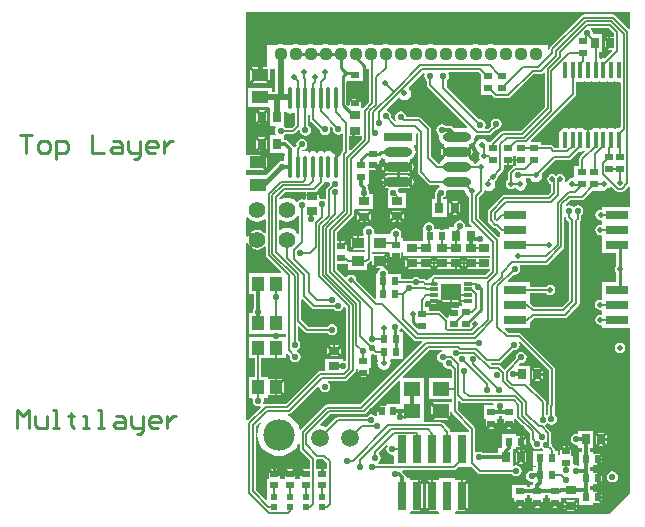
<source format=gtl>
G04*
G04 #@! TF.GenerationSoftware,Altium Limited,Altium Designer,20.2.6 (244)*
G04*
G04 Layer_Physical_Order=1*
G04 Layer_Color=255*
%FSLAX24Y24*%
%MOIN*%
G70*
G04*
G04 #@! TF.SameCoordinates,49DCD013-E9FA-4731-AA8E-B93FF918964A*
G04*
G04*
G04 #@! TF.FilePolarity,Positive*
G04*
G01*
G75*
%ADD11C,0.0098*%
%ADD12C,0.0079*%
%ADD15C,0.0100*%
%ADD16C,0.0120*%
%ADD19C,0.0080*%
%ADD21R,0.0256X0.0217*%
%ADD22C,0.0200*%
%ADD23R,0.0256X0.0354*%
%ADD24O,0.0157X0.0551*%
%ADD25R,0.0551X0.0413*%
%ADD26R,0.0413X0.0453*%
%ADD27R,0.0394X0.0354*%
%ADD28O,0.0138X0.0787*%
%ADD29R,0.0551X0.0472*%
%ADD30R,0.0299X0.0945*%
%ADD31R,0.0236X0.0197*%
%ADD32R,0.0354X0.0256*%
%ADD33O,0.0945X0.0315*%
%ADD34R,0.0945X0.0315*%
%ADD35R,0.0689X0.0571*%
%ADD36R,0.0295X0.0118*%
G04:AMPARAMS|DCode=37|XSize=11.8mil|YSize=29.5mil|CornerRadius=5.9mil|HoleSize=0mil|Usage=FLASHONLY|Rotation=270.000|XOffset=0mil|YOffset=0mil|HoleType=Round|Shape=RoundedRectangle|*
%AMROUNDEDRECTD37*
21,1,0.0118,0.0177,0,0,270.0*
21,1,0.0000,0.0295,0,0,270.0*
1,1,0.0118,-0.0089,0.0000*
1,1,0.0118,-0.0089,0.0000*
1,1,0.0118,0.0089,0.0000*
1,1,0.0118,0.0089,0.0000*
%
%ADD37ROUNDEDRECTD37*%
%ADD38R,0.0752X0.0299*%
%ADD39R,0.0268X0.0220*%
%ADD40R,0.0217X0.0256*%
%ADD58C,0.0060*%
%ADD59C,0.0157*%
%ADD60C,0.0200*%
%ADD61C,0.0150*%
%ADD62C,0.0440*%
%ADD63C,0.0550*%
%ADD64C,0.0591*%
%ADD65C,0.1050*%
%ADD66C,0.0220*%
G36*
X12895Y-638D02*
X12845Y-659D01*
X12382Y-196D01*
X12349Y-174D01*
X12310Y-166D01*
X11359D01*
X11320Y-174D01*
X11287Y-196D01*
X10228Y-1255D01*
X10206Y-1288D01*
X10198Y-1327D01*
Y-1361D01*
X10190Y-1366D01*
X10140Y-1340D01*
Y-1169D01*
X8345D01*
X8327Y-1162D01*
X8238Y-1150D01*
X8149Y-1162D01*
X8131Y-1169D01*
X7845D01*
X7827Y-1162D01*
X7738Y-1150D01*
X7649Y-1162D01*
X7631Y-1169D01*
X6345D01*
X6327Y-1162D01*
X6238Y-1150D01*
X6149Y-1162D01*
X6131Y-1169D01*
X5845D01*
X5827Y-1162D01*
X5738Y-1150D01*
X5649Y-1162D01*
X5631Y-1169D01*
X4845D01*
X4827Y-1162D01*
X4738Y-1150D01*
X4649Y-1162D01*
X4631Y-1169D01*
X4345D01*
X4327Y-1162D01*
X4238Y-1150D01*
X4149Y-1162D01*
X4131Y-1169D01*
X3345D01*
X3327Y-1162D01*
X3238Y-1150D01*
X3149Y-1162D01*
X3131Y-1169D01*
X2845D01*
X2827Y-1162D01*
X2738Y-1150D01*
X2649Y-1162D01*
X2631Y-1169D01*
X2345D01*
X2327Y-1162D01*
X2238Y-1150D01*
X2149Y-1162D01*
X2131Y-1169D01*
X1845D01*
X1827Y-1162D01*
X1738Y-1150D01*
X1649Y-1162D01*
X1631Y-1169D01*
X1345D01*
X1327Y-1162D01*
X1238Y-1150D01*
X1149Y-1162D01*
X1131Y-1169D01*
X790D01*
Y-1928D01*
X296D01*
X518Y-2150D01*
X482Y-2185D01*
X518Y-2220D01*
X296Y-2442D01*
X806D01*
X585Y-2220D01*
X655Y-2150D01*
X877Y-2371D01*
Y-1969D01*
X1065D01*
Y-2760D01*
X947D01*
Y-2606D01*
X156D01*
Y-3260D01*
X835D01*
X874Y-3286D01*
Y-3880D01*
X1068D01*
X1094Y-3930D01*
X1069Y-3968D01*
X1055Y-4038D01*
X1069Y-4108D01*
X1090Y-4141D01*
X1064Y-4191D01*
X874D01*
Y-4785D01*
X1352D01*
X1382Y-4830D01*
X1377Y-4838D01*
X1363Y-4911D01*
Y-5022D01*
X1313Y-5060D01*
X1276Y-5053D01*
X1206Y-5067D01*
X1205Y-5067D01*
X1192Y-5070D01*
X1143Y-5103D01*
X1110Y-5152D01*
X1107Y-5165D01*
X1107Y-5166D01*
X1104Y-5177D01*
X762Y-5520D01*
X97D01*
Y-5355D01*
X147Y-5355D01*
X147Y-5355D01*
X727D01*
X506Y-5134D01*
X541Y-5098D01*
X506Y-5063D01*
X727Y-4842D01*
X147D01*
X147Y-4842D01*
X97Y-4842D01*
Y-97D01*
X12895D01*
Y-638D01*
D02*
G37*
G36*
X12348Y-789D02*
Y-903D01*
X12125D01*
X12267Y-1045D01*
X12196Y-1116D01*
X12054Y-974D01*
Y-1286D01*
X12196Y-1144D01*
X12267Y-1215D01*
X12125Y-1357D01*
X12272D01*
X12291Y-1403D01*
X12061Y-1633D01*
X12000Y-1621D01*
X11922Y-1636D01*
X11906Y-1647D01*
X11856Y-1620D01*
Y-1427D01*
X11968D01*
Y-833D01*
X11674D01*
X11643Y-794D01*
X11644Y-790D01*
X11630Y-720D01*
X11590Y-660D01*
X11589Y-660D01*
X11604Y-610D01*
X12168D01*
X12348Y-789D01*
D02*
G37*
G36*
X12434Y-2404D02*
X12512Y-2419D01*
X12540Y-2414D01*
X12579Y-2446D01*
Y-3910D01*
X12534Y-3948D01*
X12512Y-3943D01*
X12434Y-3959D01*
X12384Y-3992D01*
X12333Y-3959D01*
X12256Y-3943D01*
X12178Y-3959D01*
X12128Y-3992D01*
X12078Y-3959D01*
X12000Y-3943D01*
X11922Y-3959D01*
X11872Y-3992D01*
X11822Y-3959D01*
X11744Y-3943D01*
X11667Y-3959D01*
X11601Y-4003D01*
X11591Y-4017D01*
X11542Y-4027D01*
X11538Y-4025D01*
X11488Y-4015D01*
X11438Y-4025D01*
X11434Y-4027D01*
X11385Y-4017D01*
X11376Y-4003D01*
X11310Y-3959D01*
X11232Y-3943D01*
X11155Y-3959D01*
X11104Y-3992D01*
X11054Y-3959D01*
X10976Y-3943D01*
X10899Y-3959D01*
X10848Y-3992D01*
X10798Y-3959D01*
X10720Y-3943D01*
X10643Y-3959D01*
X10577Y-4003D01*
X10533Y-4068D01*
X10518Y-4146D01*
Y-4540D01*
X10523Y-4568D01*
X10492Y-4606D01*
X10372D01*
X10319Y-4554D01*
X10283Y-4530D01*
X10240Y-4521D01*
X10240Y-4521D01*
X9928D01*
Y-4405D01*
X9604D01*
X9585Y-4359D01*
X11048Y-2895D01*
X11071Y-2862D01*
X11078Y-2823D01*
Y-2413D01*
X11128Y-2386D01*
X11155Y-2404D01*
X11232Y-2419D01*
X11310Y-2404D01*
X11360Y-2370D01*
X11411Y-2404D01*
X11488Y-2419D01*
X11566Y-2404D01*
X11616Y-2370D01*
X11667Y-2404D01*
X11744Y-2419D01*
X11822Y-2404D01*
X11872Y-2370D01*
X11922Y-2404D01*
X12000Y-2419D01*
X12078Y-2404D01*
X12128Y-2370D01*
X12178Y-2404D01*
X12256Y-2419D01*
X12333Y-2404D01*
X12384Y-2370D01*
X12434Y-2404D01*
D02*
G37*
G36*
X6011Y-2107D02*
X6029Y-2133D01*
X6039Y-2156D01*
X6026Y-2220D01*
X6040Y-2290D01*
X6080Y-2350D01*
X6108Y-2368D01*
Y-2520D01*
X6116Y-2559D01*
X6138Y-2592D01*
X7458Y-3912D01*
X7435Y-3960D01*
X7430Y-3959D01*
X7022D01*
X6985Y-3922D01*
X6942Y-3893D01*
X6892Y-3883D01*
X6740D01*
X6684Y-3846D01*
X6614Y-3832D01*
X6544Y-3846D01*
X6484Y-3886D01*
X6445Y-3946D01*
X6431Y-4016D01*
X6445Y-4086D01*
X6484Y-4146D01*
X6528Y-4175D01*
X6520Y-4239D01*
X6529Y-4311D01*
X6557Y-4379D01*
X6602Y-4437D01*
X6660Y-4481D01*
X6702Y-4499D01*
X6704Y-4502D01*
X6704Y-4554D01*
X6693Y-4561D01*
X6835Y-4704D01*
X6800Y-4739D01*
X6835Y-4774D01*
X6693Y-4917D01*
X6704Y-4924D01*
X6704Y-4976D01*
X6702Y-4979D01*
X6660Y-4997D01*
X6602Y-5041D01*
X6557Y-5099D01*
X6542Y-5137D01*
X6491D01*
X6252Y-4898D01*
Y-4000D01*
X6244Y-3961D01*
X6222Y-3928D01*
X5922Y-3628D01*
X5889Y-3606D01*
X5850Y-3598D01*
X5438D01*
X5424Y-3580D01*
X5410Y-3510D01*
X5370Y-3450D01*
X5310Y-3410D01*
X5240Y-3396D01*
X5170Y-3410D01*
X5110Y-3450D01*
X5070Y-3510D01*
X5056Y-3580D01*
X5070Y-3650D01*
X5101Y-3696D01*
X5062Y-3728D01*
X4915Y-3581D01*
X4924Y-3540D01*
X4910Y-3470D01*
X4870Y-3410D01*
X4810Y-3370D01*
X4789Y-3366D01*
X4772Y-3312D01*
X5149Y-2935D01*
X5199Y-2940D01*
X5211Y-2959D01*
X5284Y-3007D01*
X5370Y-3024D01*
X5456Y-3007D01*
X5529Y-2959D01*
X5577Y-2886D01*
X5594Y-2800D01*
X5577Y-2714D01*
X5529Y-2641D01*
X5510Y-2629D01*
X5505Y-2579D01*
X5981Y-2103D01*
X6011Y-2107D01*
D02*
G37*
G36*
X4198Y-3078D02*
X3996Y-3280D01*
X3914D01*
Y-3040D01*
X3789Y-3165D01*
X3730Y-3106D01*
X3671Y-3165D01*
X3546Y-3040D01*
Y-3198D01*
X3500Y-3217D01*
X3432Y-3149D01*
Y-2415D01*
X3476Y-2400D01*
Y-2400D01*
X3984D01*
Y-1969D01*
X4198D01*
Y-3078D01*
D02*
G37*
G36*
X1481Y-3456D02*
X1555Y-3470D01*
X1629Y-3456D01*
X1660Y-3435D01*
X1709Y-3462D01*
Y-3847D01*
X1620Y-3936D01*
X1387D01*
X1380Y-3926D01*
X1370Y-3880D01*
X1370Y-3880D01*
X1370Y-3880D01*
Y-3431D01*
X1413Y-3416D01*
X1420Y-3414D01*
X1481Y-3456D01*
D02*
G37*
G36*
X7922Y-2156D02*
Y-2451D01*
Y-2845D01*
X8274D01*
X8361Y-2932D01*
X8394Y-2954D01*
X8433Y-2962D01*
X8830D01*
X8869Y-2954D01*
X8902Y-2932D01*
X9692Y-2142D01*
X9920D01*
X9959Y-2134D01*
X9988Y-2115D01*
X10010Y-2120D01*
X10038Y-2131D01*
Y-3258D01*
X9258Y-4038D01*
X8650D01*
X8611Y-4046D01*
X8578Y-4068D01*
X8248Y-4398D01*
X8243Y-4405D01*
X8131D01*
X8109Y-4371D01*
X8036Y-4323D01*
X7950Y-4306D01*
X7864Y-4323D01*
X7791Y-4371D01*
X7743Y-4444D01*
X7726Y-4530D01*
X7743Y-4616D01*
X7791Y-4689D01*
X7862Y-4736D01*
X7865Y-4739D01*
X7881Y-4792D01*
X7860Y-4824D01*
X7847Y-4890D01*
X7860Y-4956D01*
X7872Y-4975D01*
X7849Y-5031D01*
X7844Y-5032D01*
X7771Y-5080D01*
X7734Y-5136D01*
X7687Y-5135D01*
X7672Y-5099D01*
X7628Y-5041D01*
X7570Y-4997D01*
X7527Y-4979D01*
X7526Y-4976D01*
X7526Y-4924D01*
X7537Y-4917D01*
X7394Y-4774D01*
X7430Y-4739D01*
X7394Y-4704D01*
X7537Y-4561D01*
X7526Y-4554D01*
X7526Y-4502D01*
X7527Y-4499D01*
X7570Y-4481D01*
X7628Y-4437D01*
X7672Y-4379D01*
X7700Y-4311D01*
X7710Y-4239D01*
X7707Y-4222D01*
X7719Y-4209D01*
X7753Y-4187D01*
X7780Y-4192D01*
X8186D01*
X8225Y-4184D01*
X8258Y-4162D01*
X8419Y-4001D01*
X8430Y-4004D01*
X8500Y-3990D01*
X8560Y-3950D01*
X8600Y-3890D01*
X8614Y-3820D01*
X8600Y-3750D01*
X8560Y-3690D01*
X8500Y-3650D01*
X8430Y-3636D01*
X8360Y-3650D01*
X8300Y-3690D01*
X8260Y-3750D01*
X8246Y-3820D01*
X8257Y-3874D01*
X8144Y-3988D01*
X8068D01*
X8041Y-3938D01*
X8060Y-3910D01*
X8074Y-3840D01*
X8060Y-3770D01*
X8020Y-3710D01*
X7960Y-3670D01*
X7890Y-3656D01*
X7857Y-3663D01*
X6772Y-2578D01*
Y-2368D01*
X6800Y-2350D01*
X6840Y-2290D01*
X6854Y-2220D01*
X6840Y-2150D01*
X6830Y-2136D01*
X6854Y-2092D01*
X7858D01*
X7922Y-2156D01*
D02*
G37*
G36*
X2221Y-3516D02*
Y-3663D01*
X2229Y-3702D01*
X2251Y-3735D01*
X2542Y-4026D01*
X2550Y-4070D01*
X2590Y-4130D01*
X2650Y-4170D01*
X2720Y-4184D01*
X2790Y-4170D01*
X2850Y-4130D01*
X2890Y-4070D01*
X2904Y-4000D01*
X2890Y-3930D01*
X2879Y-3914D01*
X2918Y-3882D01*
X2993Y-3957D01*
X2986Y-3990D01*
X3000Y-4060D01*
X3040Y-4120D01*
X3100Y-4160D01*
X3170Y-4174D01*
X3240Y-4160D01*
X3278Y-4134D01*
X3328Y-4161D01*
Y-4698D01*
X3278Y-4748D01*
X3256Y-4781D01*
X3248Y-4820D01*
Y-4850D01*
X3225Y-4858D01*
X3215Y-4858D01*
X3126Y-4947D01*
X3055Y-4876D01*
X3133Y-4799D01*
X3091Y-4790D01*
X3044Y-4799D01*
X3005Y-4826D01*
X3005D01*
X2971Y-4775D01*
X2908Y-4733D01*
X2835Y-4719D01*
X2761Y-4733D01*
X2707Y-4770D01*
X2652Y-4733D01*
X2579Y-4719D01*
X2505Y-4733D01*
X2451Y-4770D01*
X2397Y-4733D01*
X2323Y-4719D01*
X2249Y-4733D01*
X2195Y-4770D01*
X2141Y-4733D01*
X2067Y-4719D01*
X1996Y-4733D01*
X1992Y-4733D01*
X1941Y-4708D01*
X1939Y-4697D01*
X1950Y-4684D01*
X2020Y-4670D01*
X2080Y-4630D01*
X2120Y-4570D01*
X2134Y-4500D01*
X2120Y-4430D01*
X2080Y-4370D01*
X2020Y-4330D01*
X1950Y-4316D01*
X1880Y-4330D01*
X1820Y-4370D01*
X1780Y-4430D01*
X1766Y-4500D01*
X1773Y-4533D01*
X1739Y-4567D01*
X1727Y-4585D01*
X1708Y-4589D01*
X1677Y-4587D01*
X1671Y-4585D01*
X1649Y-4551D01*
X1492Y-4394D01*
X1449Y-4366D01*
X1398Y-4356D01*
X1370D01*
Y-4191D01*
X1370Y-4191D01*
X1382Y-4146D01*
X1387Y-4140D01*
X1662D01*
X1701Y-4132D01*
X1734Y-4110D01*
X1841Y-4003D01*
X1887Y-4028D01*
X1886Y-4030D01*
X1900Y-4100D01*
X1940Y-4160D01*
X2000Y-4200D01*
X2070Y-4214D01*
X2140Y-4200D01*
X2200Y-4160D01*
X2240Y-4100D01*
X2254Y-4030D01*
X2240Y-3960D01*
X2200Y-3900D01*
X2169Y-3880D01*
Y-3516D01*
X2195Y-3501D01*
X2221Y-3516D01*
D02*
G37*
G36*
X3948Y-4317D02*
X3578Y-4687D01*
X3532Y-4668D01*
Y-4218D01*
X3948D01*
Y-4317D01*
D02*
G37*
G36*
X11395Y-4730D02*
X11211Y-4914D01*
X11186Y-4951D01*
X11178Y-4994D01*
X11178Y-4994D01*
Y-5205D01*
X11032D01*
Y-5567D01*
X10986Y-5609D01*
X10970Y-5606D01*
X10884Y-5623D01*
X10811Y-5671D01*
X10769Y-5735D01*
X10722Y-5716D01*
X10733Y-5660D01*
X10720Y-5594D01*
X10682Y-5537D01*
X10626Y-5500D01*
X10559Y-5487D01*
X10493Y-5500D01*
X10437Y-5537D01*
X10422D01*
X10366Y-5500D01*
X10299Y-5487D01*
X10233Y-5500D01*
X10177Y-5537D01*
X10139Y-5594D01*
X10126Y-5660D01*
X10139Y-5726D01*
X10177Y-5783D01*
X10233Y-5820D01*
X10248Y-5823D01*
Y-6084D01*
X10153Y-6180D01*
X8701D01*
X8658Y-6188D01*
X8622Y-6212D01*
X8622Y-6212D01*
X8171Y-6664D01*
X8146Y-6700D01*
X8138Y-6743D01*
X8138Y-6743D01*
Y-7026D01*
X8138Y-7026D01*
X8146Y-7069D01*
X8171Y-7105D01*
X8314Y-7248D01*
X8314Y-7248D01*
X8350Y-7272D01*
X8393Y-7281D01*
X8408D01*
X8554Y-7427D01*
Y-7581D01*
X8536Y-7593D01*
X8504Y-7600D01*
X7862Y-6958D01*
Y-6249D01*
X8002Y-6108D01*
X8024Y-6075D01*
X8027Y-6059D01*
X8078Y-6033D01*
X8084Y-6037D01*
X8170Y-6054D01*
X8256Y-6037D01*
X8329Y-5989D01*
X8377Y-5916D01*
X8394Y-5830D01*
X8384Y-5780D01*
X8376Y-5730D01*
X8433Y-5693D01*
X8470Y-5636D01*
X8483Y-5570D01*
X8479Y-5546D01*
X8642Y-5382D01*
X8664Y-5349D01*
X8672Y-5310D01*
Y-5185D01*
X8980D01*
X8995Y-5235D01*
X8991Y-5238D01*
X8854Y-5374D01*
X8832Y-5407D01*
X8824Y-5446D01*
Y-5674D01*
X8804Y-5687D01*
X8766Y-5744D01*
X8753Y-5810D01*
X8766Y-5876D01*
X8804Y-5933D01*
X8860Y-5970D01*
X8926Y-5983D01*
X8993Y-5970D01*
X9048Y-5933D01*
X9071Y-5969D01*
X9144Y-6017D01*
X9230Y-6034D01*
X9316Y-6017D01*
X9389Y-5969D01*
X9437Y-5896D01*
X9454Y-5810D01*
X9437Y-5724D01*
X9409Y-5682D01*
X9436Y-5632D01*
X9544D01*
X9581Y-5689D01*
X9654Y-5737D01*
X9740Y-5754D01*
X9826Y-5737D01*
X9899Y-5689D01*
X9947Y-5616D01*
X9964Y-5530D01*
X9951Y-5463D01*
X10392Y-5022D01*
X10852D01*
X10891Y-5014D01*
X10924Y-4992D01*
X11184Y-4733D01*
X11232Y-4742D01*
X11310Y-4727D01*
X11363Y-4691D01*
X11395Y-4730D01*
D02*
G37*
G36*
X9082Y-4885D02*
Y-5185D01*
X9043Y-5212D01*
X9036Y-5213D01*
X9003Y-5182D01*
X8998Y-5174D01*
Y-4906D01*
X9001Y-4895D01*
X9057Y-4873D01*
X9082Y-4885D01*
D02*
G37*
G36*
X5808Y-4131D02*
Y-5420D01*
X5816Y-5459D01*
X5838Y-5492D01*
X6157Y-5811D01*
X6190Y-5833D01*
X6229Y-5841D01*
X6533D01*
X6554Y-5886D01*
X6533Y-5930D01*
X6505Y-5935D01*
X6445Y-5975D01*
X6405Y-6035D01*
X6391Y-6105D01*
X6403Y-6163D01*
Y-6317D01*
X6287D01*
Y-6911D01*
X6783D01*
Y-6317D01*
X6668D01*
Y-6259D01*
X6705Y-6235D01*
X6744Y-6175D01*
X6758Y-6105D01*
X6750Y-6063D01*
X6788Y-6017D01*
X6800Y-6019D01*
X7366D01*
X7392Y-6050D01*
X7409Y-6136D01*
X7458Y-6209D01*
X7514Y-6246D01*
Y-7066D01*
X7522Y-7105D01*
X7544Y-7138D01*
X7621Y-7216D01*
X7602Y-7262D01*
X7416D01*
X7385Y-7223D01*
X7388Y-7205D01*
X7374Y-7135D01*
X7334Y-7075D01*
X7275Y-7035D01*
X7205Y-7021D01*
X7134Y-7035D01*
X7075Y-7075D01*
X7035Y-7135D01*
X7021Y-7205D01*
X7025Y-7223D01*
X6993Y-7262D01*
X6839D01*
Y-7311D01*
X6387D01*
X6365Y-7283D01*
X6351Y-7213D01*
X6311Y-7154D01*
X6251Y-7114D01*
X6181Y-7100D01*
X6111Y-7114D01*
X6051Y-7154D01*
X6012Y-7213D01*
X6002Y-7263D01*
X6001Y-7265D01*
X6001Y-7265D01*
X5998Y-7283D01*
X5992Y-7311D01*
X5992Y-7311D01*
Y-7705D01*
X5333D01*
X5327Y-7657D01*
Y-7606D01*
X5264D01*
X5240Y-7562D01*
X5248Y-7551D01*
X5262Y-7480D01*
X5248Y-7410D01*
X5209Y-7351D01*
X5149Y-7311D01*
X5079Y-7297D01*
X5009Y-7311D01*
X4949Y-7351D01*
X4909Y-7410D01*
X4902Y-7448D01*
X4864Y-7478D01*
X4392D01*
X4351Y-7428D01*
X4357Y-7402D01*
X4343Y-7331D01*
X4303Y-7272D01*
X4243Y-7232D01*
X4173Y-7218D01*
X4103Y-7232D01*
X4043Y-7272D01*
X4004Y-7331D01*
X3990Y-7402D01*
X4004Y-7472D01*
X4021Y-7498D01*
X3995Y-7548D01*
X3643D01*
X3835Y-7740D01*
X3799Y-7776D01*
X3835Y-7811D01*
X3643Y-8003D01*
X4041Y-8003D01*
X4061Y-8053D01*
X4040Y-8089D01*
X3516D01*
Y-8039D01*
X3493D01*
X3446Y-8032D01*
Y-7786D01*
X3323Y-7909D01*
X3252Y-7839D01*
X3375Y-7716D01*
X3112D01*
Y-7441D01*
X3662Y-6891D01*
X3684Y-6858D01*
X3692Y-6819D01*
Y-6685D01*
X3719Y-6646D01*
X4313D01*
Y-6150D01*
X4230D01*
X4198Y-6111D01*
X4199Y-6105D01*
X4185Y-6035D01*
X4148Y-5979D01*
Y-5945D01*
X4138Y-5894D01*
X4121Y-5869D01*
X4144Y-5819D01*
X4185D01*
Y-5355D01*
X4438D01*
X4315Y-5232D01*
X4386Y-5161D01*
X4509Y-5284D01*
Y-5039D01*
X4556Y-5031D01*
X4579D01*
Y-4948D01*
X4629Y-4931D01*
X4633Y-4937D01*
X4691Y-4981D01*
X4734Y-4999D01*
X4735Y-5002D01*
X4735Y-5054D01*
X4724Y-5061D01*
X4867Y-5204D01*
X4831Y-5239D01*
X4867Y-5274D01*
X4724Y-5417D01*
X4750Y-5434D01*
X4831Y-5450D01*
X5461D01*
X5542Y-5434D01*
X5568Y-5417D01*
X5426Y-5274D01*
X5461Y-5239D01*
X5426Y-5204D01*
X5568Y-5061D01*
X5557Y-5054D01*
X5557Y-5002D01*
X5559Y-4999D01*
X5601Y-4981D01*
X5659Y-4937D01*
X5704Y-4879D01*
X5732Y-4811D01*
X5741Y-4739D01*
X5732Y-4666D01*
X5704Y-4599D01*
X5679Y-4566D01*
X5703Y-4516D01*
X5739D01*
Y-4141D01*
X5789Y-4117D01*
X5808Y-4131D01*
D02*
G37*
G36*
X12895Y-5918D02*
Y-6580D01*
X11954D01*
Y-6646D01*
X11915Y-6678D01*
X11910Y-6677D01*
X11844Y-6690D01*
X11787Y-6727D01*
X11750Y-6784D01*
X11737Y-6850D01*
X11750Y-6916D01*
X11787Y-6973D01*
X11844Y-7010D01*
X11910Y-7023D01*
X11915Y-7022D01*
X11954Y-7054D01*
Y-7148D01*
X11915Y-7180D01*
X11900Y-7177D01*
X11834Y-7190D01*
X11777Y-7227D01*
X11740Y-7284D01*
X11727Y-7350D01*
X11740Y-7416D01*
X11777Y-7473D01*
X11834Y-7510D01*
X11900Y-7523D01*
X11915Y-7520D01*
X11954Y-7552D01*
Y-8120D01*
X12425D01*
Y-8534D01*
X12424Y-8534D01*
X12387Y-8591D01*
X12374Y-8657D01*
X12387Y-8723D01*
X12424Y-8779D01*
X12425Y-8780D01*
Y-9080D01*
X11954D01*
Y-9640D01*
X11915Y-9672D01*
X11890Y-9667D01*
X11824Y-9680D01*
X11767Y-9717D01*
X11730Y-9774D01*
X11717Y-9840D01*
X11730Y-9906D01*
X11767Y-9963D01*
X11824Y-10000D01*
X11890Y-10013D01*
X11915Y-10008D01*
X11954Y-10040D01*
Y-10138D01*
X11915Y-10170D01*
X11900Y-10167D01*
X11834Y-10180D01*
X11777Y-10217D01*
X11740Y-10274D01*
X11727Y-10340D01*
X11740Y-10406D01*
X11777Y-10463D01*
X11834Y-10500D01*
X11900Y-10513D01*
X11915Y-10510D01*
X11954Y-10542D01*
Y-10620D01*
X12895D01*
Y-16108D01*
X12171Y-16832D01*
X7095D01*
X7069Y-16793D01*
X7069Y-16782D01*
Y-16760D01*
X7100Y-16723D01*
X7119Y-16723D01*
X7428D01*
X7264Y-16559D01*
X7335Y-16488D01*
X7499Y-16653D01*
Y-15749D01*
X7335Y-15913D01*
X7264Y-15843D01*
X7428Y-15678D01*
X7119D01*
X7100Y-15678D01*
X7069Y-15641D01*
Y-15608D01*
X6530D01*
Y-15641D01*
X6499Y-15678D01*
X6480Y-15678D01*
X6170D01*
X6335Y-15843D01*
X6264Y-15913D01*
X6100Y-15749D01*
Y-16653D01*
X6264Y-16488D01*
X6335Y-16559D01*
X6170Y-16723D01*
X6480D01*
X6499Y-16723D01*
X6530Y-16760D01*
X6530Y-16793D01*
X6503Y-16832D01*
X5595D01*
X5569Y-16793D01*
Y-16760D01*
X5600Y-16723D01*
X5619Y-16723D01*
X5928D01*
X5764Y-16559D01*
X5835Y-16488D01*
X5999Y-16653D01*
Y-15749D01*
X5835Y-15913D01*
X5764Y-15843D01*
X5928Y-15678D01*
X5619D01*
X5600Y-15678D01*
X5569Y-15641D01*
Y-15608D01*
X5481D01*
X5432Y-15599D01*
X5422Y-15548D01*
X5393Y-15505D01*
X5299Y-15412D01*
X5320Y-15362D01*
X7030D01*
X7069Y-15354D01*
X7102Y-15332D01*
X7176Y-15258D01*
X7569D01*
Y-15258D01*
X7608Y-15242D01*
X7818Y-15452D01*
X7851Y-15474D01*
X7890Y-15482D01*
X8942D01*
X8960Y-15510D01*
X9020Y-15550D01*
X9090Y-15564D01*
X9160Y-15550D01*
X9220Y-15510D01*
X9260Y-15450D01*
X9274Y-15380D01*
X9260Y-15310D01*
X9220Y-15250D01*
X9160Y-15210D01*
X9100Y-15198D01*
X9105Y-15148D01*
X9074D01*
X9058Y-15192D01*
X9030Y-15202D01*
X8996Y-15181D01*
X8988Y-15171D01*
Y-14657D01*
X9042D01*
X9042Y-14657D01*
X9087D01*
X9087Y-14657D01*
X9087Y-14634D01*
X9094Y-14587D01*
X9137Y-14587D01*
X9340D01*
X9217Y-14464D01*
X9272Y-14409D01*
X9217Y-14354D01*
X9340Y-14231D01*
X9094Y-14231D01*
X9087Y-14184D01*
Y-14161D01*
X8630D01*
Y-14624D01*
X8492D01*
Y-14789D01*
X7997D01*
X7940Y-14750D01*
X7870Y-14736D01*
X7800Y-14750D01*
X7782Y-14762D01*
X7732Y-14736D01*
Y-13980D01*
X7724Y-13941D01*
X7702Y-13908D01*
X7150Y-13356D01*
Y-13049D01*
X7196Y-13030D01*
X7258Y-13092D01*
X7291Y-13114D01*
X7330Y-13122D01*
X8317D01*
X8347Y-13171D01*
X8333Y-13197D01*
X8020D01*
Y-13653D01*
X8043D01*
X8090Y-13661D01*
X8090Y-13703D01*
Y-13906D01*
X8213Y-13784D01*
X8268Y-13839D01*
X8323Y-13784D01*
X8446Y-13906D01*
X8446Y-13661D01*
X8493Y-13653D01*
X8516D01*
Y-13558D01*
X8610D01*
Y-13653D01*
X8633D01*
X8680Y-13661D01*
X8680Y-13703D01*
Y-13906D01*
X8803Y-13784D01*
X8858Y-13839D01*
X8913Y-13784D01*
X9036Y-13906D01*
X9036Y-13661D01*
X9083Y-13653D01*
X9092D01*
X9098Y-13662D01*
X9538Y-14102D01*
Y-14330D01*
X9546Y-14369D01*
X9568Y-14402D01*
X9603Y-14437D01*
X9596Y-14470D01*
X9610Y-14540D01*
X9650Y-14600D01*
X9710Y-14640D01*
X9780Y-14654D01*
X9850Y-14640D01*
X9890Y-14613D01*
X9912Y-14601D01*
X9953Y-14625D01*
X9970Y-14650D01*
X9990Y-14663D01*
X9974Y-14713D01*
X9654D01*
Y-15209D01*
X9769D01*
Y-15264D01*
X9654D01*
Y-15338D01*
X9615Y-15369D01*
X9606Y-15368D01*
X9536Y-15382D01*
X9477Y-15421D01*
X9437Y-15481D01*
X9423Y-15551D01*
X9437Y-15621D01*
X9477Y-15681D01*
X9536Y-15721D01*
X9606Y-15735D01*
X9616Y-15733D01*
X9654Y-15760D01*
X9670Y-15786D01*
X9642Y-15835D01*
X9555D01*
Y-15930D01*
X9461D01*
Y-15835D01*
X8965D01*
Y-16291D01*
X8988D01*
X9035Y-16298D01*
X9035Y-16341D01*
Y-16544D01*
X9158Y-16421D01*
X9213Y-16476D01*
X9268Y-16421D01*
X9391Y-16544D01*
X9391Y-16298D01*
X9438Y-16291D01*
X9461D01*
Y-16196D01*
X9555D01*
Y-16291D01*
X9578D01*
X9625Y-16298D01*
X9625Y-16341D01*
Y-16544D01*
X9748Y-16421D01*
X9803Y-16476D01*
X9858Y-16421D01*
X9981Y-16544D01*
X9981Y-16298D01*
X10028Y-16291D01*
X10051D01*
Y-16196D01*
X10146D01*
Y-16291D01*
X10169D01*
X10216Y-16298D01*
X10216Y-16341D01*
Y-16544D01*
X10339Y-16421D01*
X10394Y-16476D01*
X10449Y-16421D01*
X10572Y-16544D01*
X10572Y-16298D01*
X10619Y-16291D01*
X10642D01*
Y-16272D01*
X11189D01*
Y-16508D01*
X11646D01*
Y-16485D01*
X11653Y-16438D01*
X11696Y-16438D01*
X11899D01*
X11776Y-16315D01*
X11831Y-16260D01*
X11776Y-16205D01*
X11899Y-16082D01*
X11653Y-16082D01*
X11646Y-16035D01*
Y-16012D01*
X11550D01*
Y-15878D01*
X11646D01*
Y-15855D01*
X11653Y-15808D01*
X11696Y-15808D01*
X11899D01*
X11776Y-15685D01*
X11831Y-15630D01*
X11776Y-15575D01*
X11899Y-15452D01*
X11653Y-15452D01*
X11646Y-15405D01*
Y-15382D01*
X11550D01*
Y-15248D01*
X11646D01*
Y-15225D01*
X11653Y-15178D01*
X11696Y-15178D01*
X11899D01*
X11776Y-15055D01*
X11831Y-15000D01*
X11776Y-14945D01*
X11899Y-14822D01*
X11653Y-14822D01*
X11646Y-14775D01*
Y-14752D01*
X11550D01*
Y-14628D01*
X11665D01*
Y-14034D01*
X11169D01*
Y-14121D01*
X11131Y-14153D01*
X11102Y-14147D01*
X11032Y-14161D01*
X10973Y-14201D01*
X10933Y-14260D01*
X10919Y-14331D01*
X10933Y-14401D01*
X10973Y-14460D01*
X11032Y-14500D01*
X11102Y-14514D01*
X11131Y-14509D01*
X11169Y-14540D01*
Y-14628D01*
X11285D01*
Y-14752D01*
X11189D01*
Y-15171D01*
X11139Y-15201D01*
X11086Y-15190D01*
X11046Y-15198D01*
X10996Y-15162D01*
Y-14890D01*
X10973D01*
X10926Y-14883D01*
X10926Y-14840D01*
Y-14637D01*
X10803Y-14760D01*
X10748Y-14705D01*
X10693Y-14760D01*
X10570Y-14637D01*
X10570Y-14835D01*
X10520Y-14860D01*
X10504Y-14847D01*
Y-14713D01*
X10382D01*
Y-14700D01*
X10374Y-14661D01*
X10352Y-14628D01*
X10277Y-14553D01*
X10284Y-14520D01*
X10270Y-14450D01*
X10262Y-14438D01*
Y-14120D01*
X10254Y-14081D01*
X10232Y-14048D01*
X10067Y-13883D01*
X10077Y-13822D01*
X10094Y-13810D01*
X10140Y-13790D01*
X10200Y-13830D01*
X10270Y-13844D01*
X10340Y-13830D01*
X10400Y-13790D01*
X10440Y-13730D01*
X10454Y-13660D01*
X10440Y-13590D01*
X10400Y-13530D01*
X10372Y-13512D01*
Y-13222D01*
X10373Y-13220D01*
X10381Y-13181D01*
Y-11979D01*
X10373Y-11940D01*
X10351Y-11907D01*
X9252Y-10808D01*
X9219Y-10786D01*
X9180Y-10778D01*
X8822D01*
X8710Y-10666D01*
X8729Y-10620D01*
X9546D01*
Y-10427D01*
X9692Y-10281D01*
X10717D01*
X10717Y-10281D01*
X10760Y-10272D01*
X10796Y-10248D01*
X11137Y-9907D01*
X11137Y-9907D01*
X11137Y-9907D01*
X11178Y-9866D01*
X11202Y-9830D01*
X11210Y-9787D01*
X11210Y-9787D01*
Y-7072D01*
X11226Y-7055D01*
X11226Y-7055D01*
X11251Y-7019D01*
X11259Y-6977D01*
Y-6855D01*
X11277Y-6843D01*
X11317Y-6783D01*
X11331Y-6713D01*
X11317Y-6643D01*
X11277Y-6583D01*
X11218Y-6544D01*
X11147Y-6530D01*
X11077Y-6544D01*
X11045Y-6565D01*
X11007Y-6579D01*
X10970Y-6565D01*
X10938Y-6544D01*
X10867Y-6530D01*
X10797Y-6544D01*
X10790Y-6548D01*
X10735Y-6525D01*
X10732Y-6512D01*
X10892Y-6352D01*
X11287D01*
X11326Y-6344D01*
X11359Y-6322D01*
X11626Y-6055D01*
X11948D01*
Y-6055D01*
X11975Y-6033D01*
X12030Y-6044D01*
X12116Y-6027D01*
X12189Y-5979D01*
X12219Y-5933D01*
X12281Y-5924D01*
X12399Y-6042D01*
X12432Y-6064D01*
X12471Y-6072D01*
X12629D01*
X12668Y-6064D01*
X12701Y-6042D01*
X12845Y-5898D01*
X12895Y-5918D01*
D02*
G37*
G36*
X2761Y-5739D02*
X2835Y-5754D01*
X2849Y-5751D01*
X2892Y-5793D01*
X2886Y-5820D01*
X2893Y-5850D01*
X2788Y-5955D01*
X2766Y-5988D01*
X2758Y-6027D01*
Y-6306D01*
X2708Y-6332D01*
X2690Y-6320D01*
X2620Y-6306D01*
X2577Y-6315D01*
X2527Y-6280D01*
Y-6113D01*
X2385Y-6255D01*
X2314Y-6185D01*
X2493Y-6006D01*
X2488Y-5996D01*
X2651Y-5833D01*
X2673Y-5800D01*
X2681Y-5761D01*
Y-5745D01*
X2730Y-5718D01*
X2761Y-5739D01*
D02*
G37*
G36*
X2073Y-6323D02*
X2029Y-6346D01*
X2020Y-6340D01*
X1950Y-6326D01*
X1880Y-6340D01*
X1820Y-6380D01*
X1806Y-6401D01*
X1745Y-6403D01*
X1738Y-6395D01*
X1656Y-6332D01*
X1560Y-6292D01*
X1457Y-6279D01*
X1354Y-6292D01*
X1257Y-6332D01*
X1207Y-6308D01*
X1204Y-6280D01*
X1402Y-6082D01*
X2073D01*
Y-6323D01*
D02*
G37*
G36*
X1814Y-6881D02*
X1848Y-6895D01*
Y-7459D01*
X1814Y-7473D01*
X1798Y-7473D01*
X1738Y-7395D01*
X1656Y-7332D01*
X1560Y-7292D01*
X1457Y-7279D01*
X1354Y-7292D01*
X1257Y-7332D01*
X1237Y-7348D01*
X1192Y-7326D01*
Y-7028D01*
X1237Y-7006D01*
X1257Y-7022D01*
X1354Y-7062D01*
X1457Y-7076D01*
X1560Y-7062D01*
X1656Y-7022D01*
X1738Y-6959D01*
X1798Y-6881D01*
X1814Y-6881D01*
D02*
G37*
G36*
X175Y-6959D02*
X257Y-7022D01*
X354Y-7062D01*
X457Y-7076D01*
X560Y-7062D01*
X656Y-7022D01*
X698Y-6990D01*
X748Y-7015D01*
Y-7441D01*
X698Y-7458D01*
X688Y-7445D01*
X621Y-7393D01*
X542Y-7361D01*
X457Y-7349D01*
X372Y-7361D01*
X293Y-7393D01*
X265Y-7415D01*
X492Y-7642D01*
X457Y-7677D01*
X492Y-7713D01*
X265Y-7940D01*
X293Y-7961D01*
X372Y-7994D01*
X457Y-8005D01*
X542Y-7994D01*
X621Y-7961D01*
X688Y-7909D01*
X698Y-7897D01*
X748Y-7913D01*
Y-8189D01*
X756Y-8228D01*
X778Y-8261D01*
X1268Y-8751D01*
X1249Y-8797D01*
X761D01*
Y-8797D01*
X175D01*
Y-9490D01*
X369D01*
Y-9956D01*
X332Y-10012D01*
X318Y-10082D01*
X290Y-10116D01*
X175D01*
Y-10809D01*
X1407D01*
Y-10923D01*
X761D01*
Y-10923D01*
X175D01*
Y-11616D01*
X400D01*
Y-12242D01*
X175D01*
Y-12935D01*
X298D01*
X327Y-12985D01*
X316Y-13040D01*
X330Y-13110D01*
X370Y-13170D01*
X430Y-13210D01*
X500Y-13224D01*
X518Y-13220D01*
X574Y-13260D01*
X575Y-13270D01*
X147Y-13699D01*
X97Y-13678D01*
Y-7788D01*
X147Y-7778D01*
X173Y-7841D01*
X194Y-7869D01*
X386Y-7677D01*
X194Y-7485D01*
X173Y-7513D01*
X147Y-7576D01*
X97Y-7566D01*
Y-6939D01*
X147Y-6922D01*
X175Y-6959D01*
D02*
G37*
G36*
X4851Y-8073D02*
X4864Y-8073D01*
X4901Y-8105D01*
Y-8316D01*
X5024Y-8193D01*
X5079Y-8248D01*
X5134Y-8193D01*
X5257Y-8316D01*
X5257Y-8113D01*
X5307Y-8085D01*
X5331Y-8100D01*
X5333Y-8110D01*
Y-8201D01*
X8205D01*
Y-8287D01*
X7442D01*
X7585Y-8429D01*
X7549Y-8465D01*
X7585Y-8500D01*
X7442Y-8643D01*
X8205D01*
Y-8698D01*
X8065Y-8838D01*
X7868D01*
X7848Y-8834D01*
X7683D01*
X7663Y-8838D01*
X7016D01*
X7001Y-8835D01*
X6378D01*
X6339Y-8843D01*
X6306Y-8865D01*
X6261Y-8910D01*
X6239Y-8943D01*
X6237Y-8954D01*
X6180Y-8965D01*
X6121Y-9005D01*
X6063Y-9001D01*
X6063Y-9000D01*
X6024Y-8993D01*
X5895D01*
X5880Y-8970D01*
X5820Y-8930D01*
X5750Y-8916D01*
X5680Y-8930D01*
X5620Y-8970D01*
X5602Y-8998D01*
X5268D01*
Y-8807D01*
X4827D01*
X4815Y-8749D01*
X4775Y-8689D01*
X4736Y-8663D01*
X4745Y-8635D01*
X4547Y-8437D01*
X4371Y-8613D01*
X4540D01*
X4555Y-8663D01*
X4516Y-8689D01*
X4476Y-8749D01*
X4464Y-8807D01*
X4417D01*
Y-9303D01*
Y-9618D01*
X4371Y-9637D01*
X3760Y-9026D01*
X3763Y-9010D01*
X3750Y-8944D01*
X3713Y-8887D01*
X3656Y-8850D01*
X3590Y-8837D01*
X3524Y-8850D01*
X3467Y-8887D01*
X3445Y-8921D01*
X3385Y-8932D01*
X3112Y-8659D01*
Y-8496D01*
X3502D01*
Y-8683D01*
X4136D01*
Y-8479D01*
X4167Y-8458D01*
X4245Y-8379D01*
X4250Y-8372D01*
X4300Y-8387D01*
Y-8542D01*
X4492Y-8350D01*
X4547Y-8406D01*
X4567Y-8386D01*
X4532Y-8350D01*
X4723Y-8159D01*
X4309Y-8159D01*
X4279Y-8118D01*
X4290Y-8073D01*
X4851D01*
D02*
G37*
G36*
X10756Y-6905D02*
Y-6933D01*
X10756Y-6933D01*
X10764Y-6976D01*
X10789Y-7012D01*
X10848Y-7072D01*
Y-9684D01*
X10613Y-9919D01*
X9692D01*
X9546Y-9773D01*
Y-9452D01*
X10094D01*
X10107Y-9473D01*
X10164Y-9510D01*
X10230Y-9523D01*
X10296Y-9510D01*
X10353Y-9473D01*
X10390Y-9416D01*
X10403Y-9350D01*
X10390Y-9284D01*
X10353Y-9227D01*
X10296Y-9190D01*
X10230Y-9177D01*
X10164Y-9190D01*
X10107Y-9227D01*
X10094Y-9248D01*
X9546D01*
Y-9080D01*
X8829D01*
X8810Y-9034D01*
X9017Y-8827D01*
X9050Y-8834D01*
X9120Y-8820D01*
X9180Y-8780D01*
X9220Y-8720D01*
X9234Y-8650D01*
X9220Y-8580D01*
X9210Y-8566D01*
X9234Y-8522D01*
X10080D01*
X10119Y-8514D01*
X10152Y-8492D01*
X10672Y-7972D01*
X10694Y-7939D01*
X10702Y-7900D01*
Y-6929D01*
X10752Y-6902D01*
X10756Y-6905D01*
D02*
G37*
G36*
X6141Y-9763D02*
X6197Y-9707D01*
X6232D01*
X6285Y-9760D01*
X6212Y-9833D01*
X6466D01*
X6392Y-9760D01*
X6445Y-9707D01*
X6480D01*
X6538Y-9765D01*
X7247D01*
X7271Y-9788D01*
X7271Y-9845D01*
X7247Y-9868D01*
X7172D01*
Y-9945D01*
X6913D01*
X7036Y-10068D01*
X6965Y-10139D01*
X6842Y-10016D01*
Y-10261D01*
X6795Y-10269D01*
X6783D01*
X6597Y-10083D01*
X6564Y-10060D01*
X6525Y-10053D01*
X6198D01*
Y-9926D01*
X6052D01*
Y-9749D01*
X6071Y-9707D01*
X6141D01*
Y-9763D01*
D02*
G37*
G36*
X2278Y-9952D02*
X2311Y-9974D01*
X2350Y-9982D01*
X3012D01*
X3030Y-10010D01*
X3090Y-10050D01*
X3160Y-10064D01*
X3230Y-10050D01*
X3290Y-10010D01*
X3330Y-9950D01*
X3335Y-9920D01*
X3390Y-9904D01*
X3428Y-9942D01*
Y-11683D01*
X3378Y-11716D01*
X3330Y-11706D01*
X3329Y-11705D01*
Y-11642D01*
X2734D01*
Y-12058D01*
X2560D01*
X2521Y-12066D01*
X2488Y-12088D01*
X1428Y-13148D01*
X740D01*
X701Y-13156D01*
X698Y-13158D01*
X662Y-13122D01*
X670Y-13110D01*
X684Y-13040D01*
X673Y-12985D01*
X702Y-12935D01*
X829D01*
Y-12914D01*
X831Y-12865D01*
X879Y-12865D01*
X1274D01*
X1052Y-12644D01*
X1107Y-12589D01*
X1052Y-12534D01*
X1274Y-12312D01*
X831Y-12312D01*
X829Y-12263D01*
Y-12242D01*
X604D01*
Y-11616D01*
X829D01*
Y-11616D01*
X1414D01*
Y-11469D01*
X1464Y-11448D01*
X1553Y-11537D01*
X1546Y-11570D01*
X1560Y-11640D01*
X1600Y-11700D01*
X1660Y-11740D01*
X1730Y-11754D01*
X1800Y-11740D01*
X1860Y-11700D01*
X1900Y-11640D01*
X1914Y-11570D01*
X1900Y-11500D01*
X1860Y-11440D01*
X1800Y-11400D01*
X1791Y-11399D01*
X1784Y-11372D01*
X1785Y-11346D01*
X1839Y-11311D01*
X1878Y-11251D01*
X1892Y-11181D01*
X1878Y-11111D01*
X1839Y-11051D01*
X1811Y-11033D01*
Y-10561D01*
X1857Y-10542D01*
X2057Y-10742D01*
X2090Y-10764D01*
X2129Y-10772D01*
X2802D01*
X2820Y-10800D01*
X2880Y-10840D01*
X2950Y-10854D01*
X3020Y-10840D01*
X3080Y-10800D01*
X3120Y-10740D01*
X3134Y-10670D01*
X3120Y-10600D01*
X3080Y-10540D01*
X3020Y-10500D01*
X2950Y-10486D01*
X2880Y-10500D01*
X2820Y-10540D01*
X2802Y-10568D01*
X2171D01*
X1931Y-10328D01*
Y-9676D01*
X1981Y-9655D01*
X2278Y-9952D01*
D02*
G37*
G36*
X10177Y-12021D02*
Y-13150D01*
X10176Y-13151D01*
X10168Y-13190D01*
Y-13510D01*
X10126Y-13531D01*
X10082Y-13502D01*
Y-13090D01*
X10074Y-13051D01*
X10052Y-13018D01*
X9527Y-12493D01*
X9539Y-12463D01*
X9539D01*
Y-11868D01*
X9201D01*
X9182Y-11822D01*
X9227Y-11777D01*
X9260Y-11784D01*
X9330Y-11770D01*
X9390Y-11730D01*
X9430Y-11670D01*
X9444Y-11600D01*
X9430Y-11530D01*
X9390Y-11470D01*
X9330Y-11430D01*
X9260Y-11416D01*
X9190Y-11430D01*
X9130Y-11470D01*
X9090Y-11530D01*
X9076Y-11600D01*
X9083Y-11633D01*
X8708Y-12008D01*
X8696Y-12009D01*
X8575Y-11888D01*
X8542Y-11866D01*
X8503Y-11858D01*
X8271D01*
X8247Y-11829D01*
X8268Y-11782D01*
X8520D01*
X8559Y-11774D01*
X8592Y-11752D01*
X8986Y-11358D01*
X9021Y-11365D01*
X9091Y-11351D01*
X9151Y-11311D01*
X9191Y-11251D01*
X9205Y-11181D01*
X9191Y-11111D01*
X9180Y-11095D01*
X9219Y-11063D01*
X10177Y-12021D01*
D02*
G37*
G36*
X5678Y-11022D02*
X5711Y-11044D01*
X5750Y-11052D01*
X5943D01*
X5962Y-11098D01*
X3895Y-13166D01*
X2802D01*
X2763Y-13174D01*
X2730Y-13196D01*
X1924Y-14002D01*
X1873Y-13993D01*
X1868Y-13989D01*
X1841Y-13900D01*
X1775Y-13777D01*
X1686Y-13668D01*
X1578Y-13580D01*
X1470Y-13522D01*
X1483Y-13472D01*
X1520D01*
X1559Y-13464D01*
X1592Y-13442D01*
X2481Y-12553D01*
X2527Y-12578D01*
X2526Y-12580D01*
X2540Y-12650D01*
X2580Y-12710D01*
X2640Y-12750D01*
X2710Y-12764D01*
X2780Y-12750D01*
X2840Y-12710D01*
X2880Y-12650D01*
X2894Y-12580D01*
X2880Y-12510D01*
X2840Y-12450D01*
X2812Y-12432D01*
X2828Y-12382D01*
X3393D01*
X3432Y-12374D01*
X3465Y-12352D01*
X3722Y-12095D01*
X3744Y-12062D01*
X3752Y-12023D01*
Y-11991D01*
X3752Y-11981D01*
X3772Y-11967D01*
X3820Y-11990D01*
X3822Y-11993D01*
Y-12194D01*
X3945Y-12071D01*
X4000Y-12127D01*
X4055Y-12071D01*
X4178Y-12194D01*
X4178Y-11949D01*
X4225Y-11941D01*
X4248D01*
Y-11508D01*
X4271Y-11476D01*
X4324Y-11468D01*
X4345Y-11489D01*
X4378Y-11512D01*
X4417Y-11519D01*
X4457D01*
Y-11665D01*
X4457D01*
X4479Y-11715D01*
X4466Y-11780D01*
X4483Y-11866D01*
X4531Y-11939D01*
X4604Y-11987D01*
X4690Y-12004D01*
X4776Y-11987D01*
X4849Y-11939D01*
X4897Y-11866D01*
X4914Y-11780D01*
X4901Y-11715D01*
X4933Y-11665D01*
X5307D01*
Y-11232D01*
Y-10736D01*
X5229D01*
X5202Y-10686D01*
X5220Y-10660D01*
X5224Y-10639D01*
X5278Y-10622D01*
X5678Y-11022D01*
D02*
G37*
G36*
X5234Y-12374D02*
Y-12994D01*
X5234D01*
Y-13030D01*
X5234D01*
Y-13090D01*
X5228Y-13138D01*
X4772D01*
Y-13161D01*
X4765Y-13208D01*
X4722Y-13208D01*
X4519D01*
X4642Y-13331D01*
X4571Y-13401D01*
X4448Y-13279D01*
Y-13532D01*
X4408Y-13547D01*
X4398Y-13549D01*
X4340Y-13510D01*
X4270Y-13496D01*
X4200Y-13510D01*
X4140Y-13550D01*
X4122Y-13578D01*
X3155D01*
X3116Y-13586D01*
X3083Y-13608D01*
X2758Y-13933D01*
X2753Y-13929D01*
X2652Y-13887D01*
X2578Y-13877D01*
X2560Y-13824D01*
X2894Y-13490D01*
X4014D01*
X4053Y-13482D01*
X4086Y-13460D01*
X4168Y-13378D01*
X4173Y-13370D01*
X5188Y-12355D01*
X5234Y-12374D01*
D02*
G37*
G36*
X6612Y-11412D02*
X6570Y-11420D01*
X6510Y-11460D01*
X6470Y-11520D01*
X6456Y-11590D01*
X6470Y-11660D01*
X6510Y-11720D01*
X6570Y-11760D01*
X6640Y-11774D01*
X6662Y-11820D01*
X6670Y-11860D01*
X6710Y-11920D01*
X6770Y-11960D01*
X6840Y-11974D01*
X6881Y-11965D01*
X6946Y-12030D01*
Y-12282D01*
X6179D01*
Y-12994D01*
X6946D01*
Y-13089D01*
X6900Y-13100D01*
X6896Y-13100D01*
X6320D01*
X6571Y-13350D01*
X6535Y-13386D01*
X6571Y-13421D01*
X6320Y-13672D01*
X6830D01*
X6579Y-13421D01*
X6650Y-13350D01*
X6900Y-13601D01*
Y-13426D01*
X6950Y-13421D01*
X6954Y-13437D01*
X6976Y-13470D01*
X7528Y-14022D01*
Y-14073D01*
X6901D01*
Y-14069D01*
X6893Y-14030D01*
X6871Y-13997D01*
X6665Y-13791D01*
X6632Y-13769D01*
X6593Y-13761D01*
X6068D01*
X6026Y-13742D01*
Y-13030D01*
X6026D01*
Y-12994D01*
X6026D01*
Y-12282D01*
X5327D01*
X5308Y-12235D01*
X6181Y-11362D01*
X6607D01*
X6612Y-11412D01*
D02*
G37*
G36*
X4811Y-14544D02*
X4780Y-14590D01*
X4766Y-14660D01*
X4780Y-14730D01*
X4820Y-14790D01*
X4880Y-14830D01*
X4950Y-14844D01*
X4980Y-14838D01*
X5030Y-14879D01*
Y-15158D01*
X4503D01*
X4487Y-15108D01*
X4530Y-15080D01*
X4570Y-15020D01*
X4584Y-14950D01*
X4570Y-14880D01*
X4530Y-14820D01*
X4525Y-14759D01*
X4772Y-14512D01*
X4811Y-14544D01*
D02*
G37*
G36*
X2780Y-15104D02*
Y-15314D01*
X2432D01*
Y-15015D01*
X2461Y-14982D01*
X2478Y-14972D01*
X2648D01*
X2780Y-15104D01*
D02*
G37*
G36*
X575Y-13799D02*
X521Y-13900D01*
X481Y-14034D01*
X467Y-14173D01*
X481Y-14313D01*
X521Y-14446D01*
X587Y-14570D01*
X676Y-14678D01*
X784Y-14767D01*
X908Y-14833D01*
X1042Y-14873D01*
X1181Y-14887D01*
X1320Y-14873D01*
X1454Y-14833D01*
X1578Y-14767D01*
X1686Y-14678D01*
X1775Y-14570D01*
X1828Y-14470D01*
X1878Y-14483D01*
Y-14650D01*
X1886Y-14689D01*
X1908Y-14722D01*
X2228Y-15042D01*
Y-15314D01*
X1974D01*
X2097Y-15437D01*
X2026Y-15508D01*
X1903Y-15385D01*
Y-15631D01*
X1881Y-15634D01*
X1833Y-15638D01*
X1804Y-15638D01*
X1756Y-15634D01*
X1734Y-15631D01*
X1734Y-15588D01*
Y-15385D01*
X1611Y-15508D01*
X1556Y-15453D01*
X1501Y-15508D01*
X1378Y-15385D01*
X1378Y-15631D01*
X1357Y-15634D01*
X1308Y-15638D01*
X1279Y-15638D01*
X1231Y-15634D01*
X1209Y-15631D01*
X1209Y-15588D01*
Y-15385D01*
X1086Y-15508D01*
X1031Y-15453D01*
X976Y-15508D01*
X853Y-15385D01*
X853Y-15631D01*
X806Y-15638D01*
X783D01*
Y-16094D01*
X793D01*
Y-16319D01*
X743Y-16339D01*
X417Y-16013D01*
Y-13887D01*
X535Y-13769D01*
X575Y-13799D01*
D02*
G37*
%LPC*%
G36*
X226Y-1999D02*
Y-2371D01*
X412Y-2185D01*
X226Y-1999D01*
D02*
G37*
G36*
X717Y-3356D02*
X503D01*
X610Y-3463D01*
X717Y-3356D01*
D02*
G37*
G36*
X432Y-3426D02*
Y-3739D01*
X575Y-3597D01*
X610Y-3632D01*
X646Y-3597D01*
X788Y-3739D01*
Y-3426D01*
X646Y-3569D01*
X610Y-3533D01*
X575Y-3569D01*
X432Y-3426D01*
D02*
G37*
G36*
X610Y-3703D02*
X503Y-3810D01*
X717D01*
X610Y-3703D01*
D02*
G37*
G36*
X717Y-4261D02*
X503D01*
X610Y-4368D01*
X717Y-4261D01*
D02*
G37*
G36*
X788Y-4332D02*
X646Y-4474D01*
X610Y-4439D01*
X575Y-4474D01*
X432Y-4332D01*
Y-4645D01*
X575Y-4502D01*
X610Y-4537D01*
X646Y-4502D01*
X788Y-4645D01*
Y-4332D01*
D02*
G37*
G36*
X610Y-4608D02*
X503Y-4715D01*
X717D01*
X610Y-4608D01*
D02*
G37*
G36*
X798Y-4912D02*
X612Y-5098D01*
X798Y-5284D01*
Y-4912D01*
D02*
G37*
G36*
X6622Y-4632D02*
X6604Y-4658D01*
X6588Y-4739D01*
X6604Y-4820D01*
X6622Y-4846D01*
X6729Y-4739D01*
X6622Y-4632D01*
D02*
G37*
G36*
X3843Y-2970D02*
X3617D01*
X3730Y-3083D01*
X3843Y-2970D01*
D02*
G37*
G36*
X7608Y-4632D02*
X7500Y-4739D01*
X7608Y-4846D01*
X7625Y-4820D01*
X7641Y-4739D01*
X7625Y-4658D01*
X7608Y-4632D01*
D02*
G37*
G36*
X5639Y-5132D02*
X5532Y-5239D01*
X5639Y-5346D01*
X5657Y-5320D01*
X5673Y-5239D01*
X5657Y-5158D01*
X5639Y-5132D01*
D02*
G37*
G36*
X4653Y-5132D02*
X4636Y-5158D01*
X4620Y-5239D01*
X4636Y-5320D01*
X4653Y-5346D01*
X4761Y-5239D01*
X4653Y-5132D01*
D02*
G37*
G36*
X5639Y-5632D02*
X5532Y-5739D01*
X5639Y-5846D01*
X5657Y-5820D01*
X5673Y-5739D01*
X5657Y-5658D01*
X5639Y-5632D01*
D02*
G37*
G36*
X4653Y-5632D02*
X4636Y-5658D01*
X4620Y-5739D01*
X4636Y-5820D01*
X4653Y-5846D01*
X4761Y-5739D01*
X4653Y-5632D01*
D02*
G37*
G36*
X7154Y-6387D02*
X6940D01*
X7047Y-6494D01*
X7154Y-6387D01*
D02*
G37*
G36*
X5461Y-5527D02*
X4831D01*
X4750Y-5543D01*
X4724Y-5561D01*
X4867Y-5704D01*
X4831Y-5739D01*
X4867Y-5774D01*
X4724Y-5917D01*
X4750Y-5934D01*
X4827Y-5950D01*
X4836Y-5962D01*
X4853Y-6000D01*
X4830Y-6035D01*
X4821Y-6080D01*
X4816Y-6105D01*
X4821Y-6130D01*
X4821D01*
Y-6626D01*
X5415D01*
Y-6130D01*
X5229D01*
X5184Y-6105D01*
X5170Y-6035D01*
X5147Y-6000D01*
X5173Y-5950D01*
X5461D01*
X5542Y-5934D01*
X5568Y-5917D01*
X5426Y-5774D01*
X5461Y-5739D01*
X5426Y-5704D01*
X5568Y-5561D01*
X5542Y-5543D01*
X5461Y-5527D01*
D02*
G37*
G36*
X6869Y-6458D02*
Y-6771D01*
X7012Y-6628D01*
X7047Y-6663D01*
X7083Y-6628D01*
X7225Y-6771D01*
Y-6458D01*
X7083Y-6600D01*
X7047Y-6565D01*
X7012Y-6600D01*
X6869Y-6458D01*
D02*
G37*
G36*
X7047Y-6734D02*
X6940Y-6841D01*
X7154D01*
X7047Y-6734D01*
D02*
G37*
G36*
X4891Y-6783D02*
Y-6997D01*
X4998Y-6890D01*
X4891Y-6783D01*
D02*
G37*
G36*
X5345Y-6783D02*
X5238Y-6890D01*
X5345Y-6997D01*
Y-6783D01*
D02*
G37*
G36*
X4243Y-6802D02*
X4136Y-6909D01*
X4243Y-7017D01*
Y-6802D01*
D02*
G37*
G36*
X3789Y-6802D02*
Y-7017D01*
X3896Y-6909D01*
X3789Y-6802D01*
D02*
G37*
G36*
X5275Y-6712D02*
X4962D01*
X5104Y-6854D01*
X5069Y-6890D01*
X5104Y-6925D01*
X4962Y-7068D01*
X5275D01*
X5132Y-6925D01*
X5167Y-6890D01*
X5132Y-6854D01*
X5275Y-6712D01*
D02*
G37*
G36*
X4172Y-6732D02*
X3859D01*
X4002Y-6874D01*
X3967Y-6909D01*
X4002Y-6945D01*
X3859Y-7087D01*
X4172D01*
X4030Y-6945D01*
X4065Y-6909D01*
X4030Y-6874D01*
X4172Y-6732D01*
D02*
G37*
G36*
X3572Y-7619D02*
Y-7932D01*
X3729Y-7776D01*
X3572Y-7619D01*
D02*
G37*
G36*
X12550Y-11107D02*
X12484Y-11120D01*
X12427Y-11157D01*
X12390Y-11214D01*
X12377Y-11280D01*
X12390Y-11346D01*
X12427Y-11403D01*
X12484Y-11440D01*
X12550Y-11453D01*
X12616Y-11440D01*
X12673Y-11403D01*
X12710Y-11346D01*
X12723Y-11280D01*
X12710Y-11214D01*
X12673Y-11157D01*
X12616Y-11120D01*
X12550Y-11107D01*
D02*
G37*
G36*
X8858Y-13870D02*
X8751Y-13977D01*
X8966D01*
X8858Y-13870D01*
D02*
G37*
G36*
X8268D02*
X8160Y-13977D01*
X8375D01*
X8268Y-13870D01*
D02*
G37*
G36*
X12036Y-14104D02*
X11822D01*
X11929Y-14211D01*
X12036Y-14104D01*
D02*
G37*
G36*
X12107Y-14174D02*
X11964Y-14317D01*
X11929Y-14282D01*
X11894Y-14317D01*
X11751Y-14174D01*
Y-14487D01*
X11894Y-14345D01*
X11929Y-14380D01*
X11964Y-14345D01*
X12107Y-14487D01*
Y-14174D01*
D02*
G37*
G36*
X9410Y-14302D02*
X9303Y-14409D01*
X9410Y-14517D01*
Y-14302D01*
D02*
G37*
G36*
X11929Y-14451D02*
X11822Y-14558D01*
X12036D01*
X11929Y-14451D01*
D02*
G37*
G36*
X10855Y-14566D02*
X10641D01*
X10748Y-14673D01*
X10855Y-14566D01*
D02*
G37*
G36*
X9359Y-14694D02*
X9145D01*
X9252Y-14801D01*
X9359Y-14694D01*
D02*
G37*
G36*
X9430Y-14765D02*
X9287Y-14907D01*
X9252Y-14872D01*
X9217Y-14907D01*
X9074Y-14765D01*
Y-15078D01*
X9217Y-14935D01*
X9252Y-14970D01*
X9287Y-14935D01*
X9430Y-15078D01*
Y-14765D01*
D02*
G37*
G36*
X11969Y-14893D02*
X11862Y-15000D01*
X11969Y-15107D01*
Y-14893D01*
D02*
G37*
G36*
X9252Y-15041D02*
X9145Y-15148D01*
X9359D01*
X9252Y-15041D01*
D02*
G37*
G36*
X11969Y-15523D02*
X11862Y-15630D01*
X11969Y-15737D01*
Y-15523D01*
D02*
G37*
G36*
X12303Y-15387D02*
X12233Y-15401D01*
X12173Y-15441D01*
X12134Y-15501D01*
X12120Y-15571D01*
X12134Y-15641D01*
X12173Y-15701D01*
X12233Y-15740D01*
X12303Y-15754D01*
X12373Y-15740D01*
X12433Y-15701D01*
X12473Y-15641D01*
X12487Y-15571D01*
X12473Y-15501D01*
X12433Y-15441D01*
X12373Y-15401D01*
X12303Y-15387D01*
D02*
G37*
G36*
X11969Y-16153D02*
X11862Y-16260D01*
X11969Y-16367D01*
Y-16153D01*
D02*
G37*
G36*
X10394Y-16508D02*
X10286Y-16615D01*
X10501D01*
X10394Y-16508D01*
D02*
G37*
G36*
X9803D02*
X9696Y-16615D01*
X9910D01*
X9803Y-16508D01*
D02*
G37*
G36*
X9213D02*
X9105Y-16615D01*
X9320D01*
X9213Y-16508D01*
D02*
G37*
G36*
X11133Y-16428D02*
X11025Y-16535D01*
X11133Y-16643D01*
Y-16428D01*
D02*
G37*
G36*
X10678Y-16428D02*
Y-16643D01*
X10786Y-16535D01*
X10678Y-16428D01*
D02*
G37*
G36*
X11062Y-16357D02*
X10749D01*
X10892Y-16500D01*
X10856Y-16535D01*
X10892Y-16571D01*
X10749Y-16713D01*
X11062D01*
X10919Y-16571D01*
X10955Y-16535D01*
X10919Y-16500D01*
X11062Y-16357D01*
D02*
G37*
G36*
X5079Y-8279D02*
X4972Y-8387D01*
X5186D01*
X5079Y-8279D01*
D02*
G37*
G36*
X4794Y-8229D02*
X4638Y-8386D01*
X4794Y-8542D01*
Y-8229D01*
D02*
G37*
G36*
X7371Y-8357D02*
Y-8572D01*
X7479Y-8465D01*
X7371Y-8357D01*
D02*
G37*
G36*
X5403D02*
Y-8572D01*
X5510Y-8465D01*
X5403Y-8357D01*
D02*
G37*
G36*
X6387D02*
Y-8572D01*
X6494Y-8465D01*
X6387Y-8357D01*
D02*
G37*
G36*
X6330Y-8357D02*
X6222Y-8465D01*
X6330Y-8572D01*
Y-8357D01*
D02*
G37*
G36*
X7314D02*
X7207Y-8465D01*
X7314Y-8572D01*
Y-8357D01*
D02*
G37*
G36*
X6859Y-8287D02*
X6809Y-8287D01*
X6458D01*
X6600Y-8429D01*
X6565Y-8465D01*
X6600Y-8500D01*
X6458Y-8643D01*
X6809D01*
X6841Y-8643D01*
X6891Y-8643D01*
X7243D01*
X7100Y-8500D01*
X7136Y-8465D01*
X7100Y-8429D01*
X7243Y-8287D01*
X6891D01*
X6859Y-8287D01*
D02*
G37*
G36*
X5875D02*
X5825Y-8287D01*
X5473D01*
X5616Y-8429D01*
X5581Y-8465D01*
X5616Y-8500D01*
X5473Y-8643D01*
X5825D01*
X5857Y-8643D01*
X5907Y-8643D01*
X6259D01*
X6116Y-8500D01*
X6152Y-8465D01*
X6116Y-8429D01*
X6259Y-8287D01*
X5907D01*
X5875Y-8287D01*
D02*
G37*
G36*
X3259Y-11271D02*
X3151Y-11378D01*
X3259Y-11485D01*
Y-11271D01*
D02*
G37*
G36*
X2804Y-11271D02*
Y-11485D01*
X2912Y-11378D01*
X2804Y-11271D01*
D02*
G37*
G36*
X3188Y-11200D02*
X2875D01*
X3018Y-11343D01*
X2982Y-11378D01*
X3018Y-11413D01*
X2875Y-11556D01*
X3188D01*
X3045Y-11413D01*
X3081Y-11378D01*
X3045Y-11343D01*
X3188Y-11200D01*
D02*
G37*
G36*
X1344Y-12383D02*
X1139Y-12589D01*
X1344Y-12794D01*
Y-12383D01*
D02*
G37*
G36*
X9910Y-11938D02*
X9696D01*
X9803Y-12045D01*
X9910Y-11938D01*
D02*
G37*
G36*
X9981Y-12009D02*
X9839Y-12151D01*
X9803Y-12116D01*
X9768Y-12151D01*
X9625Y-12009D01*
Y-12322D01*
X9768Y-12179D01*
X9803Y-12215D01*
X9839Y-12179D01*
X9981Y-12322D01*
Y-12009D01*
D02*
G37*
G36*
X9803Y-12285D02*
X9696Y-12393D01*
X9910D01*
X9803Y-12285D01*
D02*
G37*
G36*
X4000Y-12158D02*
X3893Y-12265D01*
X4107D01*
X4000Y-12158D01*
D02*
G37*
G36*
X6249Y-13170D02*
Y-13601D01*
X6465Y-13386D01*
X6249Y-13170D01*
D02*
G37*
G36*
X1663Y-15314D02*
X1449D01*
X1556Y-15421D01*
X1663Y-15314D01*
D02*
G37*
G36*
X1138D02*
X924D01*
X1031Y-15421D01*
X1138Y-15314D01*
D02*
G37*
%LPD*%
D11*
X5079Y-11417D02*
Y-10984D01*
X4646Y-9055D02*
Y-8819D01*
Y-9488D02*
Y-9055D01*
X7420Y-10490D02*
X7427D01*
X7909Y-10008D02*
Y-9280D01*
X7869Y-9240D02*
X7909Y-9280D01*
X7810Y-9240D02*
X7869D01*
X5778Y-10548D02*
X5950D01*
X5660Y-10430D02*
X5778Y-10548D01*
X5660Y-10430D02*
Y-10160D01*
X7427Y-10490D02*
X7909Y-10008D01*
X5079Y-10984D02*
X5118Y-10945D01*
X5050Y-10877D02*
X5118Y-10945D01*
X5050Y-10877D02*
Y-10590D01*
X12547Y-8657D02*
Y-7947D01*
X12450Y-7850D02*
X12547Y-7947D01*
Y-9253D02*
Y-8657D01*
D12*
X11900Y-10340D02*
X12440D01*
X12450Y-10350D01*
X11900Y-9850D02*
X12450D01*
X11890Y-9840D02*
X11900Y-9850D01*
Y-7350D02*
X12450D01*
X11910Y-6850D02*
X12450D01*
X9050Y-10350D02*
X9465D01*
X9646Y-10169D01*
X10717D01*
X11058Y-9828D01*
Y-9828D01*
X11099Y-9787D01*
Y-7025D01*
X11147Y-6977D02*
Y-6713D01*
X11099Y-7025D02*
X11147Y-6977D01*
X9050Y-9850D02*
X9465D01*
X9646Y-10031D01*
X10659D01*
X10960Y-9730D01*
Y-7025D01*
X10867Y-6933D02*
Y-6713D01*
Y-6933D02*
X10960Y-7025D01*
X8635Y-7350D02*
X9050D01*
X8454Y-7169D02*
X8635Y-7350D01*
X8393Y-7169D02*
X8454D01*
X8249Y-7026D02*
X8393Y-7169D01*
X8249Y-7026D02*
Y-6743D01*
X8701Y-6291D01*
X10199D01*
X10360Y-6130D01*
Y-5721D01*
X10299Y-5660D02*
X10360Y-5721D01*
X8635Y-6850D02*
X9050D01*
X8454Y-7031D02*
X8635Y-6850D01*
X8450Y-7031D02*
X8454D01*
X8388Y-6969D02*
X8450Y-7031D01*
X8388Y-6969D02*
Y-6800D01*
X8758Y-6430D01*
X10256D01*
X10499Y-6187D01*
Y-5721D01*
X10559Y-5660D01*
D15*
X3420Y-2120D02*
X3730D01*
X3238Y-1938D02*
X3420Y-2120D01*
X3238Y-1938D02*
Y-1493D01*
X3670Y-4440D02*
Y-3980D01*
X1738Y-1493D02*
X3238D01*
X3937Y-5197D02*
Y-5000D01*
X4134Y-4803D01*
X4331D01*
X4331Y-4803D01*
X4528D01*
X4592Y-4739D01*
X5146D01*
X4655Y-5739D02*
X5146D01*
X4528Y-5866D02*
X4655Y-5739D01*
X4528Y-6868D02*
Y-5866D01*
Y-6868D02*
X4800Y-7140D01*
X5146Y-5739D02*
Y-5239D01*
X5104Y-5197D02*
X5146Y-5239D01*
X4331Y-5197D02*
X5104D01*
X4800Y-7140D02*
X5025D01*
X5118Y-7047D01*
Y-6890D01*
X3819Y-7431D02*
Y-7283D01*
X4016Y-7087D01*
Y-6909D01*
X9240Y-13960D02*
X9252Y-13972D01*
Y-14921D02*
Y-13972D01*
X6125Y-13505D02*
X6575D01*
X6120Y-13500D02*
X6125Y-13505D01*
X6575D02*
Y-13386D01*
X11257Y-16547D02*
X11320Y-16610D01*
X10906Y-16547D02*
Y-16535D01*
X12190Y-15000D02*
X12330Y-14860D01*
X11929Y-15000D02*
X12190D01*
X12330Y-14860D02*
Y-14490D01*
X12171Y-14331D02*
X12330Y-14490D01*
X11929Y-14331D02*
X12171D01*
X1031Y-15472D02*
Y-15157D01*
Y-15472D02*
X1556D01*
X2081D01*
X8850Y-16300D02*
X9007Y-16457D01*
X9213D01*
X10394D02*
X10591D01*
X10669Y-16535D01*
X10906D01*
X9213Y-16457D02*
X9803D01*
X10394D01*
X10906Y-16547D02*
X11257D01*
X11811Y-16260D02*
Y-15630D01*
X8268Y-13819D02*
X9099D01*
X9240Y-13960D01*
X9803Y-12165D02*
X10079D01*
X10748Y-14724D02*
Y-14449D01*
X11320Y-16610D02*
X11440D01*
X11811Y-16260D02*
X12330D01*
Y-14490D02*
X12530D01*
X12660Y-14360D01*
X11811Y-15630D02*
Y-15000D01*
X2606Y-15472D02*
Y-15197D01*
X6796Y-10103D02*
X7020D01*
X6693Y-10000D02*
X6796Y-10103D01*
X3738Y-1588D02*
Y-1493D01*
Y-1588D02*
X4030Y-1880D01*
Y-2780D02*
Y-1880D01*
X3310Y-3200D02*
X3638Y-3528D01*
X3310Y-3200D02*
Y-2230D01*
X3420Y-2120D01*
X-7450Y-4173D02*
X-7051D01*
X-7251D01*
Y-4773D01*
X-6751D02*
X-6551D01*
X-6451Y-4673D01*
Y-4473D01*
X-6551Y-4373D01*
X-6751D01*
X-6851Y-4473D01*
Y-4673D01*
X-6751Y-4773D01*
X-6251Y-4972D02*
Y-4373D01*
X-5951D01*
X-5851Y-4473D01*
Y-4673D01*
X-5951Y-4773D01*
X-6251D01*
X-5051Y-4173D02*
Y-4773D01*
X-4651D01*
X-4351Y-4373D02*
X-4152D01*
X-4052Y-4473D01*
Y-4773D01*
X-4351D01*
X-4451Y-4673D01*
X-4351Y-4573D01*
X-4052D01*
X-3852Y-4373D02*
Y-4673D01*
X-3752Y-4773D01*
X-3452D01*
Y-4872D01*
X-3552Y-4972D01*
X-3652D01*
X-3452Y-4773D02*
Y-4373D01*
X-2952Y-4773D02*
X-3152D01*
X-3252Y-4673D01*
Y-4473D01*
X-3152Y-4373D01*
X-2952D01*
X-2852Y-4473D01*
Y-4573D01*
X-3252D01*
X-2652Y-4373D02*
Y-4773D01*
Y-4573D01*
X-2552Y-4473D01*
X-2452Y-4373D01*
X-2352D01*
X-7550Y-13960D02*
Y-13360D01*
X-7350Y-13560D01*
X-7151Y-13360D01*
Y-13960D01*
X-6951Y-13560D02*
Y-13860D01*
X-6851Y-13960D01*
X-6551D01*
Y-13560D01*
X-6351Y-13960D02*
X-6151D01*
X-6251D01*
Y-13360D01*
X-6351D01*
X-5751Y-13460D02*
Y-13560D01*
X-5851D01*
X-5651D01*
X-5751D01*
Y-13860D01*
X-5651Y-13960D01*
X-5351D02*
X-5151D01*
X-5251D01*
Y-13560D01*
X-5351D01*
X-4851Y-13960D02*
X-4651D01*
X-4751D01*
Y-13360D01*
X-4851D01*
X-4251Y-13560D02*
X-4052D01*
X-3952Y-13660D01*
Y-13960D01*
X-4251D01*
X-4351Y-13860D01*
X-4251Y-13760D01*
X-3952D01*
X-3752Y-13560D02*
Y-13860D01*
X-3652Y-13960D01*
X-3352D01*
Y-14060D01*
X-3452Y-14160D01*
X-3552D01*
X-3352Y-13960D02*
Y-13560D01*
X-2852Y-13960D02*
X-3052D01*
X-3152Y-13860D01*
Y-13660D01*
X-3052Y-13560D01*
X-2852D01*
X-2752Y-13660D01*
Y-13760D01*
X-3152D01*
X-2552Y-13560D02*
Y-13960D01*
Y-13760D01*
X-2452Y-13660D01*
X-2352Y-13560D01*
X-2252D01*
D16*
X6892Y-4016D02*
X7115Y-4239D01*
X6614Y-4016D02*
X6892D01*
X4016Y-6105D02*
Y-5945D01*
X3937Y-5866D02*
X4016Y-5945D01*
X3937Y-5866D02*
Y-5591D01*
X6535Y-6614D02*
Y-6144D01*
X6575Y-6105D01*
X11102Y-14331D02*
X11417D01*
X5299Y-16201D02*
Y-15599D01*
X5190Y-15490D02*
X5299Y-15599D01*
X5050Y-15490D02*
X5190D01*
X11417Y-16000D02*
Y-15370D01*
Y-16260D02*
Y-16000D01*
X10906Y-16024D02*
X11394D01*
X11417Y-16000D01*
X7870Y-14920D02*
X7871Y-14921D01*
X8740D01*
Y-14724D01*
X4980Y-13386D02*
X5630D01*
X5220Y-13580D02*
Y-13386D01*
X5404Y-13580D02*
X5614Y-13370D01*
X11413Y-15374D02*
X11417Y-15370D01*
X11086Y-15374D02*
X11413D01*
X8550Y-13425D02*
X8858D01*
X8268D02*
X8550D01*
Y-13220D01*
X8990Y-12160D02*
X9286D01*
X9291Y-12165D01*
X7598Y-7559D02*
X7677Y-7638D01*
X7874D01*
X7598Y-7953D02*
Y-7559D01*
X1276Y-5236D02*
X1555D01*
X1250Y-5210D02*
X1276Y-5236D01*
X1122Y-4488D02*
X1398D01*
X1555Y-4645D01*
Y-5236D02*
Y-4645D01*
X502Y-10463D02*
Y-10082D01*
X500Y-10080D02*
X502Y-10082D01*
X502Y-10078D02*
Y-9144D01*
X500Y-10080D02*
X502Y-10078D01*
X3031Y-11890D02*
X3032Y-11890D01*
X3330D01*
X5630Y-13386D02*
X5630Y-13386D01*
Y-13386D02*
Y-12638D01*
X5630Y-13386D02*
X5630Y-13386D01*
X5614Y-13370D02*
X5630Y-13386D01*
X2250Y-7000D02*
Y-6782D01*
X2300Y-6732D01*
X5299Y-16201D02*
X5330Y-16170D01*
X9646Y-15512D02*
X9882D01*
Y-15787D02*
Y-15512D01*
X9803Y-15866D02*
X9882Y-15787D01*
X9803Y-16063D02*
Y-15866D01*
X9213Y-16063D02*
X9803D01*
X9902Y-15512D02*
Y-14961D01*
X9803Y-16063D02*
X10394D01*
X10551D01*
X10591Y-16024D01*
X10906D01*
X8740Y-14724D02*
X8858Y-14606D01*
Y-14409D01*
X11417Y-15370D02*
Y-14331D01*
X4547Y-8386D02*
X4754D01*
X4833Y-8307D01*
X5079D01*
Y-8569D02*
Y-8307D01*
D19*
X11330Y-1053D02*
X11350D01*
X11418Y-985D01*
Y-965D01*
X11433Y-950D01*
Y-817D01*
X11460Y-790D01*
X11330Y-1704D02*
Y-1447D01*
X11232Y-1802D02*
X11330Y-1704D01*
X11232Y-2020D02*
Y-1802D01*
X11480Y-4293D02*
Y-3810D01*
Y-4293D02*
X11490Y-4303D01*
X11470Y-4323D02*
X11490Y-4303D01*
X11470Y-4323D02*
X11489Y-4342D01*
X11488Y-4343D02*
X11489Y-4342D01*
X11290Y-4994D02*
X11744Y-4540D01*
X10976D02*
Y-4343D01*
X10798Y-4718D02*
X10976Y-4540D01*
X10240Y-4633D02*
X10325Y-4718D01*
X9700Y-4633D02*
X10240D01*
X10325Y-4718D02*
X10798D01*
X11488Y-4540D02*
Y-4343D01*
X11290Y-5453D02*
Y-4994D01*
X11744Y-4540D02*
Y-4343D01*
X11710Y-4830D02*
X12000Y-4540D01*
X11710Y-5453D02*
Y-4830D01*
X9680Y-4633D02*
X9700D01*
X11720Y-1130D02*
Y-1081D01*
X11460Y-821D02*
X11720Y-1081D01*
X11460Y-821D02*
Y-790D01*
X12200Y-1098D02*
X12232Y-1130D01*
X12200Y-1098D02*
Y-780D01*
X12142D02*
X12200D01*
X11744Y-2020D02*
Y-1154D01*
X11720Y-1130D02*
X11744Y-1154D01*
X12550Y-5780D02*
Y-5332D01*
X12563Y-5319D01*
X12190Y-4913D02*
Y-4627D01*
X12256Y-4561D01*
Y-4343D01*
X11693Y-5823D02*
X12027D01*
X12030Y-5820D01*
X11670Y-5847D02*
X11693Y-5823D01*
X12560Y-4913D02*
Y-4609D01*
X12512Y-4561D02*
X12560Y-4609D01*
X12512Y-4561D02*
Y-4343D01*
X12195Y-5312D02*
X12555D01*
X12190Y-5317D02*
X12195Y-5312D01*
X12555D02*
X12560Y-5307D01*
X12190Y-4923D02*
Y-4913D01*
X12000Y-4540D02*
Y-4343D01*
X10980Y-5850D02*
X10982Y-5848D01*
X11288D01*
X11290Y-5847D01*
X9700Y-4633D02*
X9700Y-4633D01*
X11230Y-1494D02*
X11232Y-1496D01*
X3730Y-3080D02*
X4030Y-2780D01*
X3638Y-3528D02*
X3730D01*
X8926Y-5810D02*
X9230D01*
X8170Y-5830D02*
Y-5710D01*
X8310Y-5570D01*
X8020Y-4890D02*
Y-4600D01*
X7950Y-4530D02*
X8020Y-4600D01*
X8170Y-4890D02*
X8210Y-4930D01*
X8020Y-4890D02*
X8170D01*
X5118Y-6378D02*
Y-6220D01*
X5002Y-6105D02*
X5118Y-6220D01*
X5000Y-6105D02*
X5002D01*
X4016Y-6398D02*
Y-6105D01*
X3228Y-7795D02*
Y-7522D01*
X3240Y-7510D01*
X3819Y-7776D02*
Y-7431D01*
X5630Y-8465D02*
X6102D01*
X6614D02*
X7087D01*
X7598D01*
X3031Y-11378D02*
Y-11092D01*
X3030Y-11090D02*
X3031Y-11092D01*
X4296Y-13386D02*
X4626D01*
X6290Y-16192D02*
X6299Y-16201D01*
X7299D02*
Y-15409D01*
X7280Y-15390D02*
X7299Y-15409D01*
X6102Y-8465D02*
X6614D01*
X7087Y-8787D02*
X7090Y-8790D01*
X2300Y-6220D02*
Y-6200D01*
X1700Y-6210D02*
X1710Y-6200D01*
X2300D01*
X5799Y-16201D02*
X5860Y-16140D01*
Y-15480D01*
X7000D02*
X7090Y-15390D01*
X7280D01*
X6299Y-16201D02*
Y-15481D01*
X6300Y-15480D01*
X5860D02*
X6300D01*
X7000D01*
X1088Y-13012D02*
Y-12589D01*
X1070Y-13030D02*
X1088Y-13012D01*
Y-12589D02*
Y-11270D01*
X7087Y-8787D02*
Y-8740D01*
Y-8465D01*
D21*
X11330Y-1447D02*
D03*
Y-1053D02*
D03*
X8320Y-5027D02*
D03*
Y-4633D02*
D03*
X4000Y-11713D02*
D03*
Y-12107D02*
D03*
X10748Y-15118D02*
D03*
Y-14724D02*
D03*
X1556Y-15866D02*
D03*
Y-15472D02*
D03*
X1031Y-15866D02*
D03*
Y-15472D02*
D03*
X5079Y-8228D02*
D03*
Y-7835D02*
D03*
X3268Y-7874D02*
D03*
Y-8268D02*
D03*
X8858Y-13425D02*
D03*
Y-13819D02*
D03*
X8268Y-13425D02*
D03*
Y-13819D02*
D03*
X9803Y-16063D02*
D03*
Y-16457D02*
D03*
X9213Y-16063D02*
D03*
Y-16457D02*
D03*
X10394Y-16063D02*
D03*
Y-16457D02*
D03*
X12190Y-4923D02*
D03*
Y-5317D02*
D03*
X12560Y-4913D02*
D03*
Y-5307D02*
D03*
X2081Y-15866D02*
D03*
Y-15472D02*
D03*
X2606Y-15866D02*
D03*
Y-15472D02*
D03*
X3937Y-5591D02*
D03*
Y-5197D02*
D03*
X7420Y-10096D02*
D03*
Y-10490D02*
D03*
X7020Y-10497D02*
D03*
Y-10103D02*
D03*
X4331Y-4803D02*
D03*
Y-5197D02*
D03*
X5950Y-10548D02*
D03*
Y-10155D02*
D03*
X8820Y-5027D02*
D03*
Y-4633D02*
D03*
X9260Y-4633D02*
D03*
Y-5027D02*
D03*
X9680Y-5027D02*
D03*
Y-4633D02*
D03*
X11280Y-5827D02*
D03*
Y-5433D02*
D03*
X11700Y-5827D02*
D03*
Y-5433D02*
D03*
X8610Y-2223D02*
D03*
Y-2617D02*
D03*
X8170Y-2223D02*
D03*
Y-2617D02*
D03*
D22*
X9740Y-5530D02*
D03*
X7930Y-5239D02*
D03*
X8170Y-5830D02*
D03*
X5370Y-2800D02*
D03*
X4710Y-2450D02*
D03*
X4690Y-10630D02*
D03*
X2730Y-2070D02*
D03*
X4690Y-11780D02*
D03*
X2380Y-2240D02*
D03*
X2030Y-2070D02*
D03*
X1680Y-2240D02*
D03*
X7616Y-6050D02*
D03*
X9230Y-5810D02*
D03*
X7950Y-4530D02*
D03*
X10970Y-5830D02*
D03*
X12030Y-5820D02*
D03*
X12550Y-5780D02*
D03*
X12162Y-6060D02*
D03*
X8926Y-5810D02*
D03*
X8020Y-4890D02*
D03*
X8580Y-5910D02*
D03*
X10230Y-9350D02*
D03*
X10190Y-7860D02*
D03*
X7720Y-10500D02*
D03*
X11900Y-10340D02*
D03*
X11890Y-9840D02*
D03*
X11900Y-7350D02*
D03*
X11910Y-6850D02*
D03*
X10299Y-5660D02*
D03*
X10559D02*
D03*
X12550Y-11280D02*
D03*
X5660Y-10160D02*
D03*
X12547Y-8657D02*
D03*
X10190Y-8850D02*
D03*
X12153Y-8650D02*
D03*
X9340Y-8840D02*
D03*
X8310Y-5570D02*
D03*
X9160Y-8230D02*
D03*
X3590Y-9010D02*
D03*
D23*
X12232Y-1130D02*
D03*
X11720D02*
D03*
X1122Y-3583D02*
D03*
X610D02*
D03*
X7087Y-7559D02*
D03*
X7598D02*
D03*
X8740Y-14921D02*
D03*
X9252D02*
D03*
X11417Y-14331D02*
D03*
X11929D02*
D03*
X9291Y-12165D02*
D03*
X9803D02*
D03*
X6535Y-6614D02*
D03*
X7047D02*
D03*
X610Y-4488D02*
D03*
X1122D02*
D03*
D24*
X11488Y-2020D02*
D03*
X12512D02*
D03*
X12256D02*
D03*
X12000D02*
D03*
X11744D02*
D03*
X11232D02*
D03*
X10976D02*
D03*
X10720D02*
D03*
X12512Y-4343D02*
D03*
X12256D02*
D03*
X12000D02*
D03*
X11744D02*
D03*
X11488D02*
D03*
X11232D02*
D03*
X10976D02*
D03*
X10720D02*
D03*
D25*
X551Y-2185D02*
D03*
Y-2933D02*
D03*
X472Y-5098D02*
D03*
Y-5846D02*
D03*
D26*
X1088Y-9144D02*
D03*
X502Y-9144D02*
D03*
X1088Y-10463D02*
D03*
X502D02*
D03*
X1088Y-11270D02*
D03*
X502Y-11270D02*
D03*
X1088Y-12589D02*
D03*
X502D02*
D03*
D27*
X4547Y-7776D02*
D03*
X3819D02*
D03*
Y-8386D02*
D03*
X4547D02*
D03*
D28*
X1555Y-5236D02*
D03*
X1811D02*
D03*
X2067D02*
D03*
X2323D02*
D03*
X2579D02*
D03*
X2835D02*
D03*
X3091D02*
D03*
X1555Y-2953D02*
D03*
X1811D02*
D03*
X2067D02*
D03*
X2323D02*
D03*
X2579D02*
D03*
X2835D02*
D03*
X3091D02*
D03*
D29*
X5630Y-12638D02*
D03*
X6575D02*
D03*
Y-13386D02*
D03*
X5630D02*
D03*
D30*
X7299Y-14665D02*
D03*
Y-16201D02*
D03*
X6799Y-14665D02*
D03*
Y-16201D02*
D03*
X6299Y-14665D02*
D03*
Y-16201D02*
D03*
X5799Y-14665D02*
D03*
Y-16201D02*
D03*
X5299D02*
D03*
Y-14665D02*
D03*
D31*
X2606Y-16594D02*
D03*
Y-16240D02*
D03*
X1556Y-16594D02*
D03*
Y-16240D02*
D03*
X1031Y-16594D02*
D03*
Y-16240D02*
D03*
X2081Y-16594D02*
D03*
Y-16240D02*
D03*
D32*
X8031Y-8465D02*
D03*
Y-7953D02*
D03*
X3730Y-3528D02*
D03*
Y-4040D02*
D03*
X6614Y-7953D02*
D03*
Y-8465D02*
D03*
X7087Y-7953D02*
D03*
Y-8465D02*
D03*
X10906Y-16024D02*
D03*
Y-16535D02*
D03*
X2300Y-6732D02*
D03*
Y-6220D02*
D03*
X5118Y-6378D02*
D03*
Y-6890D02*
D03*
X7598Y-7953D02*
D03*
Y-8465D02*
D03*
X3031Y-11890D02*
D03*
Y-11378D02*
D03*
X5630Y-7953D02*
D03*
Y-8465D02*
D03*
X6102Y-7953D02*
D03*
Y-8465D02*
D03*
X4016Y-6398D02*
D03*
Y-6909D02*
D03*
D33*
X7115Y-5739D02*
D03*
Y-5239D02*
D03*
Y-4739D02*
D03*
Y-4239D02*
D03*
X5146Y-5739D02*
D03*
Y-5239D02*
D03*
Y-4739D02*
D03*
D34*
Y-4239D02*
D03*
D35*
X6909Y-9429D02*
D03*
D36*
X7480Y-9134D02*
D03*
Y-9331D02*
D03*
Y-9528D02*
D03*
Y-9724D02*
D03*
X6339D02*
D03*
Y-9528D02*
D03*
Y-9331D02*
D03*
D37*
Y-9134D02*
D03*
D38*
X9050Y-7350D02*
D03*
Y-6850D02*
D03*
Y-10350D02*
D03*
Y-9850D02*
D03*
X12450Y-7350D02*
D03*
Y-7850D02*
D03*
Y-6850D02*
D03*
Y-9350D02*
D03*
Y-10350D02*
D03*
Y-9850D02*
D03*
X9050Y-9350D02*
D03*
Y-7850D02*
D03*
D39*
X3730Y-2170D02*
D03*
Y-3130D02*
D03*
D40*
X10276Y-14961D02*
D03*
X9882D02*
D03*
X6614Y-7559D02*
D03*
X6220D02*
D03*
X5000Y-13386D02*
D03*
X4606D02*
D03*
X8858Y-14409D02*
D03*
X9252D02*
D03*
X11417Y-15630D02*
D03*
X11811D02*
D03*
X11417Y-16260D02*
D03*
X11811D02*
D03*
X11417Y-15000D02*
D03*
X11811D02*
D03*
X4685Y-10984D02*
D03*
X5079D02*
D03*
X4685Y-11417D02*
D03*
X5079D02*
D03*
X5039Y-9055D02*
D03*
X4646D02*
D03*
X5039Y-9488D02*
D03*
X4646D02*
D03*
X9882Y-15512D02*
D03*
X10276D02*
D03*
D58*
X11301Y-1419D02*
X11330Y-1389D01*
X11266Y-1456D02*
X11301Y-1419D01*
X11266Y-1456D02*
Y-1456D01*
X10260Y-2039D02*
X10844Y-1456D01*
X11330Y-1447D02*
Y-1389D01*
X11266Y-1456D02*
X11266Y-1456D01*
X10844Y-1456D02*
X11266D01*
X10852Y-4920D02*
X11233Y-4539D01*
X10350Y-4920D02*
X10852D01*
X9740Y-5530D02*
X10350Y-4920D01*
X8820Y-4633D02*
X8840D01*
X9083Y-4390D01*
X9260Y-4633D02*
X9700D01*
X9327Y-1920D02*
X9820D01*
X10300Y-1440D02*
Y-1327D01*
X9820Y-1920D02*
X10300Y-1440D01*
X9650Y-2040D02*
X9920D01*
X10420Y-1540D01*
Y-1377D01*
X10260Y-3370D02*
Y-2039D01*
X10540Y-1589D02*
Y-1426D01*
X10140Y-3300D02*
Y-1989D01*
X10540Y-1589D01*
X12010Y-1828D02*
X12450Y-1388D01*
Y-747D01*
X12211Y-508D02*
X12450Y-747D01*
X11459Y-508D02*
X12211D01*
X10540Y-1426D02*
X11459Y-508D01*
X12010Y-2020D02*
Y-1828D01*
X11972Y-5471D02*
X12471Y-5970D01*
X11972Y-5471D02*
Y-5121D01*
X12471Y-5970D02*
X12629D01*
X11972Y-5121D02*
X12180Y-4913D01*
X12629Y-5970D02*
X12801Y-5798D01*
Y-758D01*
X10300Y-1327D02*
X11359Y-268D01*
X8670Y-2577D02*
X9327Y-1920D01*
X12310Y-268D02*
X12801Y-758D01*
X12180Y-4913D02*
X12190D01*
X3590Y-9000D02*
X4420Y-9830D01*
X11670Y-5867D02*
Y-5847D01*
X11287Y-6250D02*
X11670Y-5867D01*
X10850Y-6250D02*
X11287D01*
X11409Y-388D02*
X12260D01*
X12512Y-4146D02*
X12681Y-3977D01*
X11067Y-6070D02*
X11288Y-5848D01*
X10945Y-4114D02*
X10966D01*
X11233Y-4539D02*
Y-4462D01*
X10966Y-4114D02*
X10968Y-4113D01*
X12512Y-4343D02*
Y-4146D01*
X8150Y-2577D02*
X8433Y-2860D01*
X10976Y-2823D02*
Y-2026D01*
X10970Y-2020D02*
X10976Y-2026D01*
X12681Y-3977D02*
Y-808D01*
X12260Y-388D02*
X12681Y-808D01*
X10420Y-1377D02*
X11409Y-388D01*
X9160Y-5530D02*
X9740D01*
X8830Y-2860D02*
X9650Y-2040D01*
X8650Y-4140D02*
X9300D01*
X10140Y-3300D01*
X8320Y-4633D02*
Y-4470D01*
X8650Y-4140D01*
X5900Y-1860D02*
X8210D01*
X5010Y-2750D02*
X5900Y-1860D01*
X5950Y-1990D02*
X7900D01*
X5255Y-2685D02*
X5950Y-1990D01*
X5255Y-2685D02*
X5370Y-2800D01*
X4190Y-3400D02*
X4420Y-3170D01*
X4190Y-4389D02*
Y-3400D01*
X3590Y-4989D02*
X4190Y-4389D01*
X4050Y-3370D02*
X4300Y-3120D01*
X4050Y-4360D02*
Y-3370D01*
X3470Y-4940D02*
X4050Y-4360D01*
X4330Y-4050D02*
X4390Y-4110D01*
X4330Y-4050D02*
Y-3430D01*
X5010Y-2750D01*
X4300Y-3120D02*
Y-1555D01*
X4420Y-3170D02*
Y-2260D01*
X4710Y-2450D02*
X5010Y-2750D01*
X4530Y-3410D02*
X5255Y-2685D01*
X4530Y-3780D02*
Y-3410D01*
X3430Y-4740D02*
Y-3770D01*
X3091Y-3431D02*
X3430Y-3770D01*
X3091Y-3431D02*
Y-2953D01*
X7780Y-4090D02*
X8186D01*
X6210Y-2520D02*
X7780Y-4090D01*
X8186D02*
X8438Y-3838D01*
X8430Y-3830D02*
X8438Y-3838D01*
X8430Y-3830D02*
Y-3820D01*
X6670Y-2620D02*
X7890Y-3840D01*
X9063Y-5310D02*
X9397D01*
X8926Y-5446D02*
X9063Y-5310D01*
X8926Y-5810D02*
Y-5446D01*
X8700Y-5790D02*
Y-5410D01*
X8580Y-5910D02*
X8700Y-5790D01*
Y-5410D02*
X8820Y-5290D01*
Y-5027D01*
X8780Y-4270D02*
X9360D01*
X8570Y-4480D02*
X8780Y-4270D01*
X8570Y-5310D02*
Y-4480D01*
X8310Y-5570D02*
X8570Y-5310D01*
X8820Y-5027D02*
X9260D01*
X9260Y-5027D02*
X9260Y-5027D01*
X9397Y-5310D02*
X9680Y-5027D01*
X9360Y-4270D02*
X10260Y-3370D01*
X9410Y-4390D02*
X10976Y-2823D01*
X9083Y-4390D02*
X9410D01*
X8093Y-2183D02*
X8180D01*
X8533D02*
X8620D01*
X10600Y-6500D02*
X10850Y-6250D01*
X10600Y-7900D02*
Y-6500D01*
X10860Y-6070D02*
X11067D01*
X10480Y-6450D02*
X10860Y-6070D01*
X8433Y-2860D02*
X8830D01*
X8210Y-1860D02*
X8533Y-2183D01*
X7900Y-1990D02*
X8093Y-2183D01*
X11359Y-268D02*
X12310D01*
X4238Y-1493D02*
X4300Y-1555D01*
X4738Y-1942D02*
Y-1493D01*
X4420Y-2260D02*
X4738Y-1942D01*
X3350Y-4820D02*
X3430Y-4740D01*
X3350Y-6719D02*
Y-4820D01*
X9050Y-9350D02*
X10230D01*
X9060Y-7860D02*
X10190D01*
X9050Y-7850D02*
X9060Y-7860D01*
X6102Y-9528D02*
X6339D01*
X5950Y-9680D02*
X6102Y-9528D01*
X5950Y-10155D02*
Y-9680D01*
X6750Y-10640D02*
Y-10380D01*
X6525Y-10155D02*
X6750Y-10380D01*
X5950Y-10155D02*
X6525D01*
X7767Y-10500D02*
X7770Y-10503D01*
X7720Y-10500D02*
X7767D01*
X6750Y-10640D02*
X6810Y-10700D01*
X7573D01*
X7770Y-10503D01*
X7480Y-9336D02*
Y-9331D01*
X7020Y-10496D02*
X7420Y-10096D01*
X7020Y-10497D02*
Y-10496D01*
X7480Y-9336D02*
X7623D01*
X7770Y-9950D02*
Y-9483D01*
X7623Y-9336D02*
X7770Y-9483D01*
X7420Y-10096D02*
X7624D01*
X7770Y-9950D01*
X10602Y-15512D02*
X10760Y-15670D01*
X10374Y-15512D02*
X10602D01*
X2606Y-16240D02*
Y-15866D01*
X2081Y-16240D02*
Y-15866D01*
X2543Y-14291D02*
X3155Y-13680D01*
X4270D01*
X3965Y-13890D02*
X4470D01*
X3543Y-14291D02*
X3563D01*
X3965Y-13890D01*
X6614Y-7953D02*
X7087D01*
X7205Y-7283D02*
Y-7205D01*
X7087Y-7953D02*
Y-7559D01*
X6614Y-7953D02*
Y-7559D01*
X7087Y-7402D02*
X7205Y-7283D01*
X7087Y-7559D02*
Y-7402D01*
X7598Y-7953D02*
X8031D01*
X7480Y-9134D02*
X7763D01*
X7810Y-9181D01*
Y-9240D02*
Y-9181D01*
X1088Y-10463D02*
Y-9144D01*
X7170Y-12860D02*
X7330Y-13020D01*
X9010D01*
X9170Y-13180D01*
Y-13590D02*
X9640Y-14060D01*
Y-14330D02*
Y-14060D01*
Y-14330D02*
X9780Y-14470D01*
X9170Y-13590D02*
Y-13180D01*
X7170Y-12860D02*
Y-11827D01*
X6927Y-11590D02*
X6997Y-11660D01*
X7003D01*
X7170Y-11827D01*
X6640Y-11590D02*
X6927D01*
X9940Y-13900D02*
X10160Y-14120D01*
X10100Y-14520D02*
X10160Y-14460D01*
Y-14120D01*
X8900Y-12630D02*
X8959D01*
X8660Y-12390D02*
X8900Y-12630D01*
X10280Y-14867D02*
Y-14700D01*
X10100Y-14520D02*
X10280Y-14700D01*
X9840Y-13900D02*
X9940D01*
X8959Y-12630D02*
X9410Y-13081D01*
Y-13470D02*
Y-13081D01*
Y-13470D02*
X9840Y-13900D01*
X8660Y-12390D02*
Y-12117D01*
X8503Y-11960D02*
X8660Y-12117D01*
X7703Y-11440D02*
X8223Y-11960D01*
X8503D01*
X7693Y-11450D02*
X7703Y-11440D01*
X7080Y-11460D02*
X7090Y-11450D01*
X7693D01*
X10270Y-13660D02*
Y-13190D01*
X10279Y-13181D01*
Y-11979D01*
X9180Y-10880D02*
X10279Y-11979D01*
X8470Y-9230D02*
X9050Y-8650D01*
X8470Y-10570D02*
Y-9230D01*
Y-10570D02*
X8780Y-10880D01*
X9180D01*
X6575Y-12638D02*
X7048D01*
X7890Y-15380D02*
X9090D01*
X7048Y-12638D02*
Y-11988D01*
X7630Y-15120D02*
X7890Y-15380D01*
X7048Y-13398D02*
Y-12638D01*
Y-13398D02*
X7630Y-13980D01*
Y-15120D02*
Y-13980D01*
X6850Y-11790D02*
X7048Y-11988D01*
X6840Y-11790D02*
X6850D01*
X8110Y-12700D02*
Y-12470D01*
X7290Y-11650D02*
X8110Y-12470D01*
X7640Y-11830D02*
X8510Y-12700D01*
X7640Y-11830D02*
Y-11660D01*
X9400Y-12510D02*
X9980Y-13090D01*
Y-13670D02*
Y-13090D01*
X8780Y-12340D02*
X8950Y-12510D01*
X9400D01*
X8780Y-12340D02*
Y-12080D01*
X9260Y-11600D01*
X7598Y-8465D02*
X8031D01*
X6693Y-10000D02*
X6909Y-9783D01*
Y-9429D01*
X7008Y-9528D01*
X7205Y-9724D02*
X7480D01*
X7008Y-9528D02*
X7480D01*
X6339Y-9724D02*
X6614D01*
X3091Y-5236D02*
Y-4621D01*
X3090Y-4620D02*
X3091Y-4621D01*
X2530Y-13100D02*
X2750D01*
X3743Y-12107D01*
X4000D01*
X7008Y-9528D02*
X7205Y-9724D01*
X6339Y-9331D02*
X6339Y-9331D01*
X6102Y-9331D02*
X6339D01*
X6072Y-9300D02*
X6102Y-9331D01*
X5510Y-9300D02*
X6072D01*
X5039Y-9488D02*
X5039Y-9488D01*
X5322D01*
X5510Y-9300D01*
X6449Y-5239D02*
X7115D01*
X6150Y-4940D02*
X6449Y-5239D01*
X6150Y-4940D02*
Y-4000D01*
X5850Y-3700D02*
X6150Y-4000D01*
X5360Y-3700D02*
X5850D01*
X5240Y-3580D02*
X5360Y-3700D01*
X7115Y-5239D02*
X7930D01*
Y-6036D02*
Y-5239D01*
X7760Y-6206D02*
X7930Y-6036D01*
X7760Y-7000D02*
Y-6206D01*
Y-7000D02*
X8440Y-7680D01*
Y-8777D02*
Y-7680D01*
X8140Y-9077D02*
X8440Y-8777D01*
X8140Y-10349D02*
Y-9077D01*
X7669Y-10820D02*
X8140Y-10349D01*
X5810Y-10820D02*
X7669D01*
X5322Y-10332D02*
X5810Y-10820D01*
X5322Y-10332D02*
Y-9488D01*
X7852Y-8940D02*
X8107D01*
X7848Y-8936D02*
X7852Y-8940D01*
X7683Y-8936D02*
X7848D01*
X8107Y-8940D02*
X8307Y-8740D01*
X5756Y-9094D02*
X6024D01*
X6063Y-9134D01*
X6339D01*
X6378Y-8937D02*
X7001D01*
X6333Y-8982D02*
X6378Y-8937D01*
X6333Y-9100D02*
Y-8982D01*
X5039Y-9055D02*
X5084Y-9100D01*
X5750D01*
X6229Y-5739D02*
X7115D01*
X5910Y-5420D02*
X6229Y-5739D01*
X5910Y-5420D02*
Y-4070D01*
X5720Y-3880D02*
X5910Y-4070D01*
X5070Y-3880D02*
X5720D01*
X4740Y-3550D02*
X5070Y-3880D01*
X4740Y-3550D02*
Y-3540D01*
X7679Y-8940D02*
X7683Y-8936D01*
X7001Y-8937D02*
X7004Y-8940D01*
X7679D01*
X7115Y-5739D02*
X7305D01*
X7616Y-6050D01*
Y-7066D02*
Y-6050D01*
Y-7066D02*
X8307Y-7757D01*
Y-8740D02*
Y-7757D01*
X4417Y-11417D02*
X4685D01*
X4280Y-11280D02*
X4417Y-11417D01*
X2890Y-7349D02*
X3470Y-6769D01*
Y-4940D01*
X3890Y-10890D02*
Y-9751D01*
Y-10890D02*
X4280Y-11280D01*
X4685Y-11775D02*
Y-11417D01*
Y-11775D02*
X4690Y-11780D01*
X2890Y-8751D02*
Y-7349D01*
Y-8751D02*
X3890Y-9751D01*
X4290Y-11000D02*
X4669D01*
X3590Y-6819D02*
Y-4989D01*
X3010Y-7399D02*
X3590Y-6819D01*
X4290Y-11000D02*
Y-9981D01*
X4690Y-10979D02*
Y-10630D01*
X4669Y-11000D02*
X4685Y-10984D01*
X4690Y-10979D01*
X3010Y-8701D02*
Y-7399D01*
Y-8701D02*
X4290Y-9981D01*
X2610Y-12280D02*
X3393D01*
X3650Y-12023D01*
Y-9850D01*
X2650Y-7250D02*
X3070Y-6830D01*
Y-6100D01*
X834Y-16575D02*
X1011D01*
X315Y-16055D02*
X834Y-16575D01*
X315Y-16055D02*
Y-13845D01*
X790Y-13370D01*
X1520D01*
X2610Y-12280D01*
X2650Y-8850D02*
Y-7250D01*
Y-8850D02*
X3650Y-9850D01*
X3067Y-5820D02*
X3070D01*
X2860Y-6027D02*
X3067Y-5820D01*
X2560Y-12160D02*
X3343D01*
X3530Y-11973D01*
Y-9900D01*
X2530Y-7200D02*
X2860Y-6870D01*
Y-6027D01*
X195Y-16115D02*
X869Y-16789D01*
X1471D01*
X1556Y-16704D01*
Y-16594D01*
X195Y-16115D02*
Y-13795D01*
X740Y-13250D02*
X1470D01*
X2560Y-12160D01*
X195Y-13795D02*
X740Y-13250D01*
X2530Y-8900D02*
Y-7200D01*
Y-8900D02*
X3530Y-9900D01*
X1890Y-8110D02*
X2210D01*
X2410Y-7910D01*
Y-7123D01*
X2610Y-6923D01*
Y-6500D01*
X2620Y-6490D01*
X7299Y-14991D02*
Y-14665D01*
X502Y-13038D02*
Y-12589D01*
X500Y-13040D02*
X502Y-13038D01*
X502Y-12589D02*
Y-11270D01*
X502Y-12589D02*
X502Y-12589D01*
X4290Y-15260D02*
X7030D01*
X7299Y-14991D01*
X5630Y-7953D02*
X6181D01*
Y-7283D01*
X1031Y-16240D02*
Y-15866D01*
X1556Y-16240D02*
Y-15866D01*
X10748Y-15354D02*
Y-15177D01*
X3504Y-8386D02*
X3819D01*
X3425Y-8307D02*
X3504Y-8386D01*
X3228Y-8307D02*
X3425D01*
X4173D02*
Y-7402D01*
X4094Y-8386D02*
X4173Y-8307D01*
X3819Y-8386D02*
X4094D01*
X4547Y-7776D02*
X4567Y-7795D01*
X5079D01*
X5079Y-7480D02*
X5079Y-7480D01*
Y-7795D02*
Y-7480D01*
X2770Y-7299D02*
X3350Y-6719D01*
X3770Y-11180D02*
Y-9801D01*
Y-11180D02*
X3990Y-11400D01*
Y-11703D02*
Y-11400D01*
Y-11703D02*
X4000Y-11713D01*
X2770Y-8801D02*
Y-7299D01*
Y-8801D02*
X3770Y-9801D01*
X9960Y-14240D02*
Y-14210D01*
X9290Y-13540D02*
X9960Y-14210D01*
X9060Y-12900D02*
X9290Y-13130D01*
X7510Y-12900D02*
X9060D01*
X7360Y-12750D02*
X7510Y-12900D01*
X7360Y-12750D02*
Y-12050D01*
X9290Y-13540D02*
Y-13130D01*
X7360Y-12050D02*
X7370D01*
X9160Y-8230D02*
X10100D01*
X10480Y-7850D01*
Y-6450D01*
X10080Y-8420D02*
X10600Y-7900D01*
X8960Y-8420D02*
X10080D01*
X8610Y-8770D02*
X8960Y-8420D01*
X8610Y-8920D02*
Y-8770D01*
X8300Y-9230D02*
X8610Y-8920D01*
X8300Y-10360D02*
Y-9230D01*
X7820Y-10840D02*
X8300Y-10360D01*
X7818Y-10840D02*
X7820D01*
X7708Y-10950D02*
X7818Y-10840D01*
X5750Y-10950D02*
X7708D01*
X4630Y-9830D02*
X5750Y-10950D01*
X4420Y-9830D02*
X4630D01*
X3590Y-9010D02*
Y-9000D01*
X5037Y-14103D02*
X5753D01*
X4400Y-14740D02*
X5037Y-14103D01*
X4400Y-14950D02*
Y-14740D01*
X5799Y-14665D02*
Y-14149D01*
X5753Y-14103D02*
X5799Y-14149D01*
X6799Y-14665D02*
Y-14069D01*
X6593Y-13863D02*
X6799Y-14069D01*
X3440Y-15040D02*
X3650D01*
X4827Y-13863D01*
X6593D01*
X6299Y-14665D02*
Y-14139D01*
X6143Y-13983D02*
X6299Y-14139D01*
X4937Y-13983D02*
X6143D01*
X3890Y-15030D02*
X4937Y-13983D01*
X3890Y-15250D02*
Y-15030D01*
X4950Y-14665D02*
X5299D01*
X1950Y-7750D02*
Y-6510D01*
X1690Y-8010D02*
X1950Y-7750D01*
X1811Y-5236D02*
Y-4639D01*
X1950Y-4500D01*
X2190Y-9410D02*
X2460Y-9680D01*
X2950D01*
X1690Y-8310D02*
X2190Y-8810D01*
Y-9410D02*
Y-8810D01*
X1690Y-8310D02*
Y-8010D01*
X1238Y-4038D02*
X1662D01*
X1811Y-3889D01*
Y-2953D01*
Y-2371D01*
X1680Y-2240D02*
X1811Y-2371D01*
X1261Y-5740D02*
X2000D01*
X2067Y-5673D01*
Y-5236D01*
X850Y-6151D02*
X1261Y-5740D01*
X850Y-8189D02*
Y-6151D01*
Y-8189D02*
X1509Y-8848D01*
Y-11349D02*
Y-8848D01*
Y-11349D02*
X1730Y-11570D01*
X2067Y-4027D02*
Y-2953D01*
Y-4027D02*
X2070Y-4030D01*
X2030Y-2280D02*
Y-2070D01*
Y-2280D02*
X2067Y-2317D01*
Y-2953D02*
Y-2317D01*
X2180Y-5860D02*
X2323Y-5717D01*
Y-5236D01*
X1310Y-5860D02*
X2180D01*
X970Y-6200D02*
X1310Y-5860D01*
X1709Y-11181D02*
Y-8878D01*
X970Y-8139D02*
X1709Y-8878D01*
X970Y-8139D02*
Y-6200D01*
X2323Y-3663D02*
Y-2953D01*
X2660Y-4000D02*
X2720D01*
X2323Y-3663D02*
X2660Y-4000D01*
X2323Y-2953D02*
Y-2477D01*
X2380Y-2420D01*
Y-2240D01*
X2129Y-10670D02*
X2950D01*
X1829Y-10370D02*
X2129Y-10670D01*
X1360Y-5980D02*
X2360D01*
X2579Y-5761D01*
Y-5236D01*
X1090Y-6250D02*
X1360Y-5980D01*
X1829Y-10370D02*
Y-8829D01*
X1090Y-8090D02*
X1829Y-8829D01*
X1090Y-8090D02*
Y-6250D01*
X2579Y-3399D02*
Y-2953D01*
Y-3399D02*
X3170Y-3990D01*
X2579Y-2953D02*
Y-2421D01*
X2730Y-2270D01*
Y-2070D01*
X2802Y-13268D02*
X3937D01*
X1980Y-14090D02*
X2802Y-13268D01*
X2232Y-16594D02*
X2330Y-16496D01*
X2081Y-16594D02*
X2232D01*
X2330Y-16496D02*
Y-15000D01*
X1980Y-14650D02*
Y-14090D01*
X3937Y-13268D02*
X6095Y-11110D01*
X6111Y-11126D02*
X7842D01*
X6095Y-11110D02*
X6111Y-11126D01*
X2100Y-14140D02*
X2852Y-13388D01*
X4096Y-13306D02*
Y-13303D01*
X2783Y-16594D02*
X2882Y-16496D01*
X2606Y-16594D02*
X2783D01*
X2852Y-13388D02*
X4014D01*
X4096Y-13306D01*
X9020Y-11180D02*
X9021Y-11181D01*
X8113Y-11680D02*
X8520D01*
X9020Y-11180D01*
X7753Y-11320D02*
X8113Y-11680D01*
X6139Y-11260D02*
X7163D01*
X7223Y-11320D01*
X7753D01*
X4096Y-13303D02*
X6139Y-11260D01*
X2030Y-9560D02*
X2350Y-9880D01*
X3160D01*
X1457Y-8287D02*
Y-7677D01*
Y-8287D02*
X2030Y-8860D01*
Y-9560D02*
Y-8860D01*
X6670Y-2620D02*
Y-2220D01*
X6210Y-2520D02*
Y-2220D01*
X2100Y-14500D02*
Y-14140D01*
Y-14500D02*
X2470Y-14870D01*
X2690D01*
X2882Y-15062D01*
Y-16496D02*
Y-15062D01*
X1980Y-14650D02*
X2330Y-15000D01*
D59*
X1250Y-5246D02*
Y-5210D01*
X650Y-5846D02*
X1250Y-5246D01*
X472Y-5846D02*
X650D01*
X551Y-2185D02*
Y-827D01*
X551Y-2185D02*
X551Y-2185D01*
D60*
X551Y-2933D02*
X1163D01*
X1238Y-2858D02*
Y-1493D01*
X1122Y-3583D02*
Y-2974D01*
X1163Y-2933D01*
X1500D01*
D61*
X620Y-3885D02*
Y-3592D01*
X610Y-3583D02*
X620Y-3592D01*
X472Y-5098D02*
X610Y-4961D01*
X770Y-4770D02*
X950Y-4950D01*
X610Y-4770D02*
X770D01*
X610Y-4961D02*
Y-4770D01*
Y-4488D01*
D62*
X7738Y-1493D02*
D03*
X1238D02*
D03*
X1738D02*
D03*
X2238D02*
D03*
X2738D02*
D03*
X3238D02*
D03*
X3738D02*
D03*
X4238D02*
D03*
X4738D02*
D03*
X5238D02*
D03*
X5738D02*
D03*
X6238D02*
D03*
X6738D02*
D03*
X7238D02*
D03*
X9238D02*
D03*
X8738D02*
D03*
X8238D02*
D03*
X9738D02*
D03*
D63*
X1457Y-7677D02*
D03*
X457D02*
D03*
X1457Y-6677D02*
D03*
X457D02*
D03*
D64*
X3543Y-14291D02*
D03*
X2543D02*
D03*
D65*
X1181Y-14173D02*
D03*
D66*
X11480Y-3810D02*
D03*
X11460Y-790D02*
D03*
X12200Y-780D02*
D03*
X12751Y-389D02*
D03*
X4530Y-3780D02*
D03*
X4390Y-4110D02*
D03*
X12303Y-15571D02*
D03*
X12330Y-16260D02*
D03*
X3670Y-4440D02*
D03*
X8430Y-3820D02*
D03*
X7890Y-3840D02*
D03*
X9160Y-5530D02*
D03*
X10760Y-15670D02*
D03*
X11147Y-6713D02*
D03*
X10867D02*
D03*
X4270Y-13680D02*
D03*
X4470Y-13890D02*
D03*
X7205Y-7205D02*
D03*
X4646Y-8819D02*
D03*
X6614Y-4016D02*
D03*
X8440Y-12180D02*
D03*
X7870Y-14920D02*
D03*
X5220Y-13580D02*
D03*
X11086Y-15374D02*
D03*
X8550Y-13220D02*
D03*
X8990Y-12160D02*
D03*
X6575Y-6105D02*
D03*
X5000D02*
D03*
X4016D02*
D03*
X7874Y-7638D02*
D03*
X1276Y-5236D02*
D03*
X502Y-10082D02*
D03*
X2710Y-12580D02*
D03*
X3330Y-11890D02*
D03*
X2250Y-7000D02*
D03*
X5050Y-15490D02*
D03*
X9606Y-15551D02*
D03*
X11102Y-14331D02*
D03*
X7810Y-9240D02*
D03*
X5050Y-10590D02*
D03*
X1090Y-9600D02*
D03*
X9780Y-14470D02*
D03*
X6640Y-11590D02*
D03*
X10100Y-14520D02*
D03*
X7080Y-11460D02*
D03*
X10270Y-13660D02*
D03*
X9050Y-8650D02*
D03*
X9090Y-15380D02*
D03*
X6840Y-11790D02*
D03*
X8110Y-12700D02*
D03*
X7290Y-11650D02*
D03*
X8510Y-12700D02*
D03*
X7640Y-11660D02*
D03*
X9980Y-13670D02*
D03*
X9260Y-11600D02*
D03*
X1750Y-7150D02*
D03*
X10520Y-460D02*
D03*
X7130Y-470D02*
D03*
X9730Y-3370D02*
D03*
Y-2260D02*
D03*
X7240Y-2280D02*
D03*
X7738Y-2288D02*
D03*
X8160Y-3520D02*
D03*
X6693Y-10000D02*
D03*
X6614Y-7244D02*
D03*
X551Y-827D02*
D03*
X1100Y-10900D02*
D03*
X2606Y-15197D02*
D03*
X1031Y-15157D02*
D03*
X6120Y-13500D02*
D03*
X9090Y-15670D02*
D03*
X8850Y-16300D02*
D03*
X9240Y-13960D02*
D03*
X8040Y-6830D02*
D03*
X3090Y-4620D02*
D03*
X1560Y-3630D02*
D03*
X2530Y-13100D02*
D03*
X3228Y-7522D02*
D03*
X3819Y-7431D02*
D03*
X5079Y-8569D02*
D03*
X3031Y-11092D02*
D03*
X4296Y-13386D02*
D03*
X7299Y-15409D02*
D03*
X8031Y-16501D02*
D03*
X1710Y-6200D02*
D03*
X4800Y-7140D02*
D03*
X4920Y-14940D02*
D03*
X5860Y-15480D02*
D03*
X1088Y-13012D02*
D03*
X10079Y-12165D02*
D03*
X10748Y-14449D02*
D03*
X5750Y-3390D02*
D03*
X5450Y-460D02*
D03*
X3240D02*
D03*
X1620Y-450D02*
D03*
X11440Y-16610D02*
D03*
X620Y-3885D02*
D03*
X950Y-4950D02*
D03*
X12660Y-14360D02*
D03*
X7087Y-8740D02*
D03*
X5510Y-9300D02*
D03*
X5240Y-3580D02*
D03*
X5750Y-9100D02*
D03*
X4740Y-3540D02*
D03*
X4280Y-11280D02*
D03*
X4290Y-11000D02*
D03*
X3070Y-6100D02*
D03*
Y-5820D02*
D03*
X1890Y-8110D02*
D03*
X2620Y-6490D02*
D03*
X500Y-13040D02*
D03*
X4290Y-15260D02*
D03*
X6181Y-7283D02*
D03*
X10748Y-15354D02*
D03*
X4173Y-7402D02*
D03*
X5079Y-7480D02*
D03*
X3990Y-11400D02*
D03*
X9960Y-14240D02*
D03*
X7370Y-12050D02*
D03*
X4400Y-14950D02*
D03*
X3440Y-15040D02*
D03*
X3890Y-15250D02*
D03*
X4950Y-14660D02*
D03*
X1950Y-6510D02*
D03*
Y-4500D02*
D03*
X2950Y-9680D02*
D03*
X1238Y-4038D02*
D03*
X1730Y-11570D02*
D03*
X2070Y-4030D02*
D03*
X1709Y-11181D02*
D03*
X2720Y-4000D02*
D03*
X2950Y-10670D02*
D03*
X3170Y-3990D02*
D03*
X7842Y-11126D02*
D03*
X9021Y-11181D02*
D03*
X3160Y-9880D02*
D03*
X6670Y-2220D02*
D03*
X6210D02*
D03*
M02*

</source>
